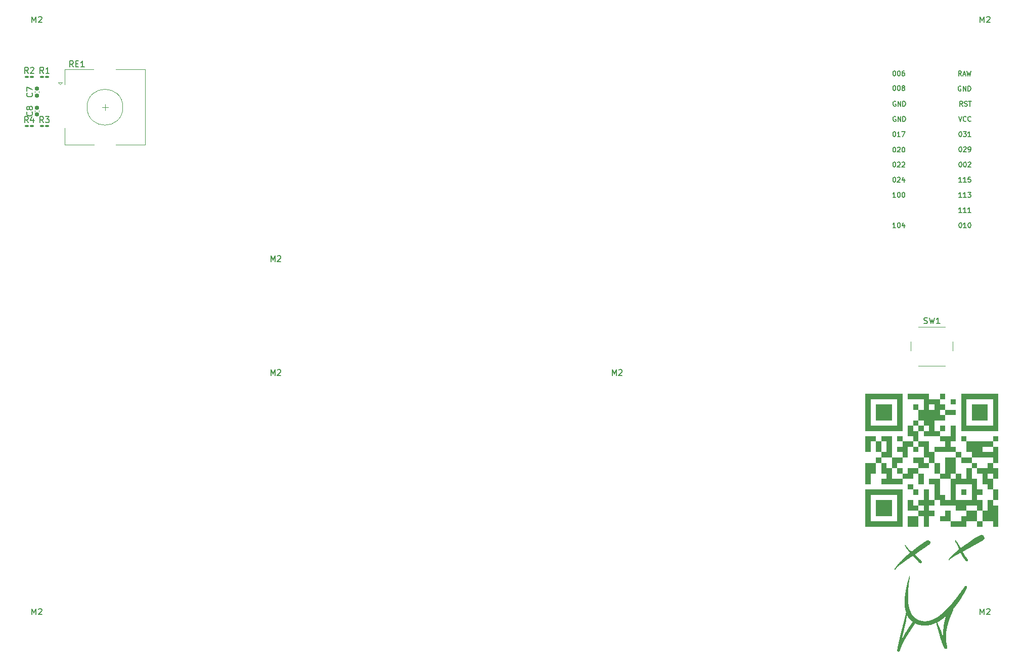
<source format=gto>
%TF.GenerationSoftware,KiCad,Pcbnew,(6.0.1)*%
%TF.CreationDate,2022-04-05T18:42:57+02:00*%
%TF.ProjectId,Keyboard Left Hand Side,4b657962-6f61-4726-9420-4c6566742048,rev?*%
%TF.SameCoordinates,Original*%
%TF.FileFunction,Legend,Top*%
%TF.FilePolarity,Positive*%
%FSLAX46Y46*%
G04 Gerber Fmt 4.6, Leading zero omitted, Abs format (unit mm)*
G04 Created by KiCad (PCBNEW (6.0.1)) date 2022-04-05 18:42:57*
%MOMM*%
%LPD*%
G01*
G04 APERTURE LIST*
G04 Aperture macros list*
%AMRoundRect*
0 Rectangle with rounded corners*
0 $1 Rounding radius*
0 $2 $3 $4 $5 $6 $7 $8 $9 X,Y pos of 4 corners*
0 Add a 4 corners polygon primitive as box body*
4,1,4,$2,$3,$4,$5,$6,$7,$8,$9,$2,$3,0*
0 Add four circle primitives for the rounded corners*
1,1,$1+$1,$2,$3*
1,1,$1+$1,$4,$5*
1,1,$1+$1,$6,$7*
1,1,$1+$1,$8,$9*
0 Add four rect primitives between the rounded corners*
20,1,$1+$1,$2,$3,$4,$5,0*
20,1,$1+$1,$4,$5,$6,$7,0*
20,1,$1+$1,$6,$7,$8,$9,0*
20,1,$1+$1,$8,$9,$2,$3,0*%
G04 Aperture macros list end*
%ADD10C,0.150000*%
%ADD11C,0.120000*%
%ADD12C,1.752600*%
%ADD13C,1.750000*%
%ADD14C,3.987800*%
%ADD15RoundRect,0.100000X-0.217500X-0.100000X0.217500X-0.100000X0.217500X0.100000X-0.217500X0.100000X0*%
%ADD16C,2.200000*%
%ADD17C,1.397000*%
%ADD18RoundRect,0.155000X0.155000X-0.212500X0.155000X0.212500X-0.155000X0.212500X-0.155000X-0.212500X0*%
%ADD19C,3.048000*%
%ADD20R,2.000000X2.000000*%
%ADD21C,2.000000*%
%ADD22R,3.000000X2.500000*%
%ADD23RoundRect,0.100000X0.217500X0.100000X-0.217500X0.100000X-0.217500X-0.100000X0.217500X-0.100000X0*%
%ADD24C,2.800000*%
G04 APERTURE END LIST*
D10*
X38568333Y-54012380D02*
X38235000Y-53536190D01*
X37996904Y-54012380D02*
X37996904Y-53012380D01*
X38377857Y-53012380D01*
X38473095Y-53060000D01*
X38520714Y-53107619D01*
X38568333Y-53202857D01*
X38568333Y-53345714D01*
X38520714Y-53440952D01*
X38473095Y-53488571D01*
X38377857Y-53536190D01*
X37996904Y-53536190D01*
X39425476Y-53345714D02*
X39425476Y-54012380D01*
X39187380Y-52964761D02*
X38949285Y-53679047D01*
X39568333Y-53679047D01*
X136350476Y-96312380D02*
X136350476Y-95312380D01*
X136683809Y-96026666D01*
X137017142Y-95312380D01*
X137017142Y-96312380D01*
X137445714Y-95407619D02*
X137493333Y-95360000D01*
X137588571Y-95312380D01*
X137826666Y-95312380D01*
X137921904Y-95360000D01*
X137969523Y-95407619D01*
X138017142Y-95502857D01*
X138017142Y-95598095D01*
X137969523Y-95740952D01*
X137398095Y-96312380D01*
X138017142Y-96312380D01*
X39195476Y-136317380D02*
X39195476Y-135317380D01*
X39528809Y-136031666D01*
X39862142Y-135317380D01*
X39862142Y-136317380D01*
X40290714Y-135412619D02*
X40338333Y-135365000D01*
X40433571Y-135317380D01*
X40671666Y-135317380D01*
X40766904Y-135365000D01*
X40814523Y-135412619D01*
X40862142Y-135507857D01*
X40862142Y-135603095D01*
X40814523Y-135745952D01*
X40243095Y-136317380D01*
X40862142Y-136317380D01*
X79200476Y-77262380D02*
X79200476Y-76262380D01*
X79533809Y-76976666D01*
X79867142Y-76262380D01*
X79867142Y-77262380D01*
X80295714Y-76357619D02*
X80343333Y-76310000D01*
X80438571Y-76262380D01*
X80676666Y-76262380D01*
X80771904Y-76310000D01*
X80819523Y-76357619D01*
X80867142Y-76452857D01*
X80867142Y-76548095D01*
X80819523Y-76690952D01*
X80248095Y-77262380D01*
X80867142Y-77262380D01*
X197945476Y-136317380D02*
X197945476Y-135317380D01*
X198278809Y-136031666D01*
X198612142Y-135317380D01*
X198612142Y-136317380D01*
X199040714Y-135412619D02*
X199088333Y-135365000D01*
X199183571Y-135317380D01*
X199421666Y-135317380D01*
X199516904Y-135365000D01*
X199564523Y-135412619D01*
X199612142Y-135507857D01*
X199612142Y-135603095D01*
X199564523Y-135745952D01*
X198993095Y-136317380D01*
X199612142Y-136317380D01*
X39195476Y-37257380D02*
X39195476Y-36257380D01*
X39528809Y-36971666D01*
X39862142Y-36257380D01*
X39862142Y-37257380D01*
X40290714Y-36352619D02*
X40338333Y-36305000D01*
X40433571Y-36257380D01*
X40671666Y-36257380D01*
X40766904Y-36305000D01*
X40814523Y-36352619D01*
X40862142Y-36447857D01*
X40862142Y-36543095D01*
X40814523Y-36685952D01*
X40243095Y-37257380D01*
X40862142Y-37257380D01*
X39202142Y-49061666D02*
X39249761Y-49109285D01*
X39297380Y-49252142D01*
X39297380Y-49347380D01*
X39249761Y-49490238D01*
X39154523Y-49585476D01*
X39059285Y-49633095D01*
X38868809Y-49680714D01*
X38725952Y-49680714D01*
X38535476Y-49633095D01*
X38440238Y-49585476D01*
X38345000Y-49490238D01*
X38297380Y-49347380D01*
X38297380Y-49252142D01*
X38345000Y-49109285D01*
X38392619Y-49061666D01*
X38297380Y-48728333D02*
X38297380Y-48061666D01*
X39297380Y-48490238D01*
X39202142Y-52236666D02*
X39249761Y-52284285D01*
X39297380Y-52427142D01*
X39297380Y-52522380D01*
X39249761Y-52665238D01*
X39154523Y-52760476D01*
X39059285Y-52808095D01*
X38868809Y-52855714D01*
X38725952Y-52855714D01*
X38535476Y-52808095D01*
X38440238Y-52760476D01*
X38345000Y-52665238D01*
X38297380Y-52522380D01*
X38297380Y-52427142D01*
X38345000Y-52284285D01*
X38392619Y-52236666D01*
X38725952Y-51665238D02*
X38678333Y-51760476D01*
X38630714Y-51808095D01*
X38535476Y-51855714D01*
X38487857Y-51855714D01*
X38392619Y-51808095D01*
X38345000Y-51760476D01*
X38297380Y-51665238D01*
X38297380Y-51474761D01*
X38345000Y-51379523D01*
X38392619Y-51331904D01*
X38487857Y-51284285D01*
X38535476Y-51284285D01*
X38630714Y-51331904D01*
X38678333Y-51379523D01*
X38725952Y-51474761D01*
X38725952Y-51665238D01*
X38773571Y-51760476D01*
X38821190Y-51808095D01*
X38916428Y-51855714D01*
X39106904Y-51855714D01*
X39202142Y-51808095D01*
X39249761Y-51760476D01*
X39297380Y-51665238D01*
X39297380Y-51474761D01*
X39249761Y-51379523D01*
X39202142Y-51331904D01*
X39106904Y-51284285D01*
X38916428Y-51284285D01*
X38821190Y-51331904D01*
X38773571Y-51379523D01*
X38725952Y-51474761D01*
X38568333Y-45757380D02*
X38235000Y-45281190D01*
X37996904Y-45757380D02*
X37996904Y-44757380D01*
X38377857Y-44757380D01*
X38473095Y-44805000D01*
X38520714Y-44852619D01*
X38568333Y-44947857D01*
X38568333Y-45090714D01*
X38520714Y-45185952D01*
X38473095Y-45233571D01*
X38377857Y-45281190D01*
X37996904Y-45281190D01*
X38949285Y-44852619D02*
X38996904Y-44805000D01*
X39092142Y-44757380D01*
X39330238Y-44757380D01*
X39425476Y-44805000D01*
X39473095Y-44852619D01*
X39520714Y-44947857D01*
X39520714Y-45043095D01*
X39473095Y-45185952D01*
X38901666Y-45757380D01*
X39520714Y-45757380D01*
X46100752Y-44687380D02*
X45767419Y-44211190D01*
X45529323Y-44687380D02*
X45529323Y-43687380D01*
X45910276Y-43687380D01*
X46005514Y-43735000D01*
X46053133Y-43782619D01*
X46100752Y-43877857D01*
X46100752Y-44020714D01*
X46053133Y-44115952D01*
X46005514Y-44163571D01*
X45910276Y-44211190D01*
X45529323Y-44211190D01*
X46529323Y-44163571D02*
X46862657Y-44163571D01*
X47005514Y-44687380D02*
X46529323Y-44687380D01*
X46529323Y-43687380D01*
X47005514Y-43687380D01*
X47957895Y-44687380D02*
X47386466Y-44687380D01*
X47672180Y-44687380D02*
X47672180Y-43687380D01*
X47576942Y-43830238D01*
X47481704Y-43925476D01*
X47386466Y-43973095D01*
X197945476Y-37257380D02*
X197945476Y-36257380D01*
X198278809Y-36971666D01*
X198612142Y-36257380D01*
X198612142Y-37257380D01*
X199040714Y-36352619D02*
X199088333Y-36305000D01*
X199183571Y-36257380D01*
X199421666Y-36257380D01*
X199516904Y-36305000D01*
X199564523Y-36352619D01*
X199612142Y-36447857D01*
X199612142Y-36543095D01*
X199564523Y-36685952D01*
X198993095Y-37257380D01*
X199612142Y-37257380D01*
X41138333Y-45752380D02*
X40805000Y-45276190D01*
X40566904Y-45752380D02*
X40566904Y-44752380D01*
X40947857Y-44752380D01*
X41043095Y-44800000D01*
X41090714Y-44847619D01*
X41138333Y-44942857D01*
X41138333Y-45085714D01*
X41090714Y-45180952D01*
X41043095Y-45228571D01*
X40947857Y-45276190D01*
X40566904Y-45276190D01*
X42090714Y-45752380D02*
X41519285Y-45752380D01*
X41805000Y-45752380D02*
X41805000Y-44752380D01*
X41709761Y-44895238D01*
X41614523Y-44990476D01*
X41519285Y-45038095D01*
X41128333Y-54012380D02*
X40795000Y-53536190D01*
X40556904Y-54012380D02*
X40556904Y-53012380D01*
X40937857Y-53012380D01*
X41033095Y-53060000D01*
X41080714Y-53107619D01*
X41128333Y-53202857D01*
X41128333Y-53345714D01*
X41080714Y-53440952D01*
X41033095Y-53488571D01*
X40937857Y-53536190D01*
X40556904Y-53536190D01*
X41461666Y-53012380D02*
X42080714Y-53012380D01*
X41747380Y-53393333D01*
X41890238Y-53393333D01*
X41985476Y-53440952D01*
X42033095Y-53488571D01*
X42080714Y-53583809D01*
X42080714Y-53821904D01*
X42033095Y-53917142D01*
X41985476Y-53964761D01*
X41890238Y-54012380D01*
X41604523Y-54012380D01*
X41509285Y-53964761D01*
X41461666Y-53917142D01*
X188531666Y-87594761D02*
X188674523Y-87642380D01*
X188912619Y-87642380D01*
X189007857Y-87594761D01*
X189055476Y-87547142D01*
X189103095Y-87451904D01*
X189103095Y-87356666D01*
X189055476Y-87261428D01*
X189007857Y-87213809D01*
X188912619Y-87166190D01*
X188722142Y-87118571D01*
X188626904Y-87070952D01*
X188579285Y-87023333D01*
X188531666Y-86928095D01*
X188531666Y-86832857D01*
X188579285Y-86737619D01*
X188626904Y-86690000D01*
X188722142Y-86642380D01*
X188960238Y-86642380D01*
X189103095Y-86690000D01*
X189436428Y-86642380D02*
X189674523Y-87642380D01*
X189865000Y-86928095D01*
X190055476Y-87642380D01*
X190293571Y-86642380D01*
X191198333Y-87642380D02*
X190626904Y-87642380D01*
X190912619Y-87642380D02*
X190912619Y-86642380D01*
X190817380Y-86785238D01*
X190722142Y-86880476D01*
X190626904Y-86928095D01*
X79200476Y-96312380D02*
X79200476Y-95312380D01*
X79533809Y-96026666D01*
X79867142Y-95312380D01*
X79867142Y-96312380D01*
X80295714Y-95407619D02*
X80343333Y-95360000D01*
X80438571Y-95312380D01*
X80676666Y-95312380D01*
X80771904Y-95360000D01*
X80819523Y-95407619D01*
X80867142Y-95502857D01*
X80867142Y-95598095D01*
X80819523Y-95740952D01*
X80248095Y-96312380D01*
X80867142Y-96312380D01*
X194868857Y-63943654D02*
X194411714Y-63943654D01*
X194640286Y-63943654D02*
X194640286Y-63143654D01*
X194564095Y-63257940D01*
X194487905Y-63334130D01*
X194411714Y-63372226D01*
X195630762Y-63943654D02*
X195173619Y-63943654D01*
X195402191Y-63943654D02*
X195402191Y-63143654D01*
X195326000Y-63257940D01*
X195249810Y-63334130D01*
X195173619Y-63372226D01*
X196354571Y-63143654D02*
X195973619Y-63143654D01*
X195935524Y-63524607D01*
X195973619Y-63486511D01*
X196049810Y-63448416D01*
X196240286Y-63448416D01*
X196316476Y-63486511D01*
X196354571Y-63524607D01*
X196392667Y-63600797D01*
X196392667Y-63791273D01*
X196354571Y-63867464D01*
X196316476Y-63905559D01*
X196240286Y-63943654D01*
X196049810Y-63943654D01*
X195973619Y-63905559D01*
X195935524Y-63867464D01*
X194710143Y-47941750D02*
X194633952Y-47903654D01*
X194519667Y-47903654D01*
X194405381Y-47941750D01*
X194329190Y-48017940D01*
X194291095Y-48094130D01*
X194253000Y-48246511D01*
X194253000Y-48360797D01*
X194291095Y-48513178D01*
X194329190Y-48589369D01*
X194405381Y-48665559D01*
X194519667Y-48703654D01*
X194595857Y-48703654D01*
X194710143Y-48665559D01*
X194748238Y-48627464D01*
X194748238Y-48360797D01*
X194595857Y-48360797D01*
X195091095Y-48703654D02*
X195091095Y-47903654D01*
X195548238Y-48703654D01*
X195548238Y-47903654D01*
X195929190Y-48703654D02*
X195929190Y-47903654D01*
X196119667Y-47903654D01*
X196233952Y-47941750D01*
X196310143Y-48017940D01*
X196348238Y-48094130D01*
X196386333Y-48246511D01*
X196386333Y-48360797D01*
X196348238Y-48513178D01*
X196310143Y-48589369D01*
X196233952Y-48665559D01*
X196119667Y-48703654D01*
X195929190Y-48703654D01*
X194786334Y-46163654D02*
X194519667Y-45782702D01*
X194329191Y-46163654D02*
X194329191Y-45363654D01*
X194633953Y-45363654D01*
X194710143Y-45401750D01*
X194748238Y-45439845D01*
X194786334Y-45516035D01*
X194786334Y-45630321D01*
X194748238Y-45706511D01*
X194710143Y-45744607D01*
X194633953Y-45782702D01*
X194329191Y-45782702D01*
X195091095Y-45935083D02*
X195472048Y-45935083D01*
X195014905Y-46163654D02*
X195281572Y-45363654D01*
X195548238Y-46163654D01*
X195738715Y-45363654D02*
X195929191Y-46163654D01*
X196081572Y-45592226D01*
X196233953Y-46163654D01*
X196424429Y-45363654D01*
X183527810Y-60633654D02*
X183604000Y-60633654D01*
X183680190Y-60671750D01*
X183718286Y-60709845D01*
X183756381Y-60786035D01*
X183794476Y-60938416D01*
X183794476Y-61128892D01*
X183756381Y-61281273D01*
X183718286Y-61357464D01*
X183680190Y-61395559D01*
X183604000Y-61433654D01*
X183527810Y-61433654D01*
X183451619Y-61395559D01*
X183413524Y-61357464D01*
X183375429Y-61281273D01*
X183337333Y-61128892D01*
X183337333Y-60938416D01*
X183375429Y-60786035D01*
X183413524Y-60709845D01*
X183451619Y-60671750D01*
X183527810Y-60633654D01*
X184099238Y-60709845D02*
X184137333Y-60671750D01*
X184213524Y-60633654D01*
X184404000Y-60633654D01*
X184480190Y-60671750D01*
X184518286Y-60709845D01*
X184556381Y-60786035D01*
X184556381Y-60862226D01*
X184518286Y-60976511D01*
X184061143Y-61433654D01*
X184556381Y-61433654D01*
X184861143Y-60709845D02*
X184899238Y-60671750D01*
X184975429Y-60633654D01*
X185165905Y-60633654D01*
X185242095Y-60671750D01*
X185280190Y-60709845D01*
X185318286Y-60786035D01*
X185318286Y-60862226D01*
X185280190Y-60976511D01*
X184823048Y-61433654D01*
X185318286Y-61433654D01*
X183794476Y-71563654D02*
X183337333Y-71563654D01*
X183565905Y-71563654D02*
X183565905Y-70763654D01*
X183489714Y-70877940D01*
X183413524Y-70954130D01*
X183337333Y-70992226D01*
X184289714Y-70763654D02*
X184365905Y-70763654D01*
X184442095Y-70801750D01*
X184480190Y-70839845D01*
X184518286Y-70916035D01*
X184556381Y-71068416D01*
X184556381Y-71258892D01*
X184518286Y-71411273D01*
X184480190Y-71487464D01*
X184442095Y-71525559D01*
X184365905Y-71563654D01*
X184289714Y-71563654D01*
X184213524Y-71525559D01*
X184175429Y-71487464D01*
X184137333Y-71411273D01*
X184099238Y-71258892D01*
X184099238Y-71068416D01*
X184137333Y-70916035D01*
X184175429Y-70839845D01*
X184213524Y-70801750D01*
X184289714Y-70763654D01*
X185242095Y-71030321D02*
X185242095Y-71563654D01*
X185051619Y-70725559D02*
X184861143Y-71296988D01*
X185356381Y-71296988D01*
X183527810Y-45363654D02*
X183604000Y-45363654D01*
X183680190Y-45401750D01*
X183718286Y-45439845D01*
X183756381Y-45516035D01*
X183794476Y-45668416D01*
X183794476Y-45858892D01*
X183756381Y-46011273D01*
X183718286Y-46087464D01*
X183680190Y-46125559D01*
X183604000Y-46163654D01*
X183527810Y-46163654D01*
X183451619Y-46125559D01*
X183413524Y-46087464D01*
X183375429Y-46011273D01*
X183337333Y-45858892D01*
X183337333Y-45668416D01*
X183375429Y-45516035D01*
X183413524Y-45439845D01*
X183451619Y-45401750D01*
X183527810Y-45363654D01*
X184289714Y-45363654D02*
X184365905Y-45363654D01*
X184442095Y-45401750D01*
X184480190Y-45439845D01*
X184518286Y-45516035D01*
X184556381Y-45668416D01*
X184556381Y-45858892D01*
X184518286Y-46011273D01*
X184480190Y-46087464D01*
X184442095Y-46125559D01*
X184365905Y-46163654D01*
X184289714Y-46163654D01*
X184213524Y-46125559D01*
X184175429Y-46087464D01*
X184137333Y-46011273D01*
X184099238Y-45858892D01*
X184099238Y-45668416D01*
X184137333Y-45516035D01*
X184175429Y-45439845D01*
X184213524Y-45401750D01*
X184289714Y-45363654D01*
X185242095Y-45363654D02*
X185089714Y-45363654D01*
X185013524Y-45401750D01*
X184975429Y-45439845D01*
X184899238Y-45554130D01*
X184861143Y-45706511D01*
X184861143Y-46011273D01*
X184899238Y-46087464D01*
X184937333Y-46125559D01*
X185013524Y-46163654D01*
X185165905Y-46163654D01*
X185242095Y-46125559D01*
X185280190Y-46087464D01*
X185318286Y-46011273D01*
X185318286Y-45820797D01*
X185280190Y-45744607D01*
X185242095Y-45706511D01*
X185165905Y-45668416D01*
X185013524Y-45668416D01*
X184937333Y-45706511D01*
X184899238Y-45744607D01*
X184861143Y-45820797D01*
X183527810Y-55533654D02*
X183604000Y-55533654D01*
X183680190Y-55571750D01*
X183718286Y-55609845D01*
X183756381Y-55686035D01*
X183794476Y-55838416D01*
X183794476Y-56028892D01*
X183756381Y-56181273D01*
X183718286Y-56257464D01*
X183680190Y-56295559D01*
X183604000Y-56333654D01*
X183527810Y-56333654D01*
X183451619Y-56295559D01*
X183413524Y-56257464D01*
X183375429Y-56181273D01*
X183337333Y-56028892D01*
X183337333Y-55838416D01*
X183375429Y-55686035D01*
X183413524Y-55609845D01*
X183451619Y-55571750D01*
X183527810Y-55533654D01*
X184556381Y-56333654D02*
X184099238Y-56333654D01*
X184327810Y-56333654D02*
X184327810Y-55533654D01*
X184251619Y-55647940D01*
X184175429Y-55724130D01*
X184099238Y-55762226D01*
X184823048Y-55533654D02*
X185356381Y-55533654D01*
X185013524Y-56333654D01*
X194602191Y-55523654D02*
X194678381Y-55523654D01*
X194754571Y-55561750D01*
X194792667Y-55599845D01*
X194830762Y-55676035D01*
X194868857Y-55828416D01*
X194868857Y-56018892D01*
X194830762Y-56171273D01*
X194792667Y-56247464D01*
X194754571Y-56285559D01*
X194678381Y-56323654D01*
X194602191Y-56323654D01*
X194526000Y-56285559D01*
X194487905Y-56247464D01*
X194449810Y-56171273D01*
X194411714Y-56018892D01*
X194411714Y-55828416D01*
X194449810Y-55676035D01*
X194487905Y-55599845D01*
X194526000Y-55561750D01*
X194602191Y-55523654D01*
X195135524Y-55523654D02*
X195630762Y-55523654D01*
X195364095Y-55828416D01*
X195478381Y-55828416D01*
X195554571Y-55866511D01*
X195592667Y-55904607D01*
X195630762Y-55980797D01*
X195630762Y-56171273D01*
X195592667Y-56247464D01*
X195554571Y-56285559D01*
X195478381Y-56323654D01*
X195249810Y-56323654D01*
X195173619Y-56285559D01*
X195135524Y-56247464D01*
X196392667Y-56323654D02*
X195935524Y-56323654D01*
X196164095Y-56323654D02*
X196164095Y-55523654D01*
X196087905Y-55637940D01*
X196011714Y-55714130D01*
X195935524Y-55752226D01*
X194868857Y-66483654D02*
X194411714Y-66483654D01*
X194640286Y-66483654D02*
X194640286Y-65683654D01*
X194564095Y-65797940D01*
X194487905Y-65874130D01*
X194411714Y-65912226D01*
X195630762Y-66483654D02*
X195173619Y-66483654D01*
X195402191Y-66483654D02*
X195402191Y-65683654D01*
X195326000Y-65797940D01*
X195249810Y-65874130D01*
X195173619Y-65912226D01*
X195897429Y-65683654D02*
X196392667Y-65683654D01*
X196126000Y-65988416D01*
X196240286Y-65988416D01*
X196316476Y-66026511D01*
X196354571Y-66064607D01*
X196392667Y-66140797D01*
X196392667Y-66331273D01*
X196354571Y-66407464D01*
X196316476Y-66445559D01*
X196240286Y-66483654D01*
X196011714Y-66483654D01*
X195935524Y-66445559D01*
X195897429Y-66407464D01*
X195014904Y-51243654D02*
X194748238Y-50862702D01*
X194557761Y-51243654D02*
X194557761Y-50443654D01*
X194862523Y-50443654D01*
X194938714Y-50481750D01*
X194976809Y-50519845D01*
X195014904Y-50596035D01*
X195014904Y-50710321D01*
X194976809Y-50786511D01*
X194938714Y-50824607D01*
X194862523Y-50862702D01*
X194557761Y-50862702D01*
X195319666Y-51205559D02*
X195433952Y-51243654D01*
X195624428Y-51243654D01*
X195700619Y-51205559D01*
X195738714Y-51167464D01*
X195776809Y-51091273D01*
X195776809Y-51015083D01*
X195738714Y-50938892D01*
X195700619Y-50900797D01*
X195624428Y-50862702D01*
X195472047Y-50824607D01*
X195395857Y-50786511D01*
X195357761Y-50748416D01*
X195319666Y-50672226D01*
X195319666Y-50596035D01*
X195357761Y-50519845D01*
X195395857Y-50481750D01*
X195472047Y-50443654D01*
X195662523Y-50443654D01*
X195776809Y-50481750D01*
X196005380Y-50443654D02*
X196462523Y-50443654D01*
X196233952Y-51243654D02*
X196233952Y-50443654D01*
X194602191Y-58063654D02*
X194678381Y-58063654D01*
X194754571Y-58101750D01*
X194792667Y-58139845D01*
X194830762Y-58216035D01*
X194868857Y-58368416D01*
X194868857Y-58558892D01*
X194830762Y-58711273D01*
X194792667Y-58787464D01*
X194754571Y-58825559D01*
X194678381Y-58863654D01*
X194602191Y-58863654D01*
X194526000Y-58825559D01*
X194487905Y-58787464D01*
X194449810Y-58711273D01*
X194411714Y-58558892D01*
X194411714Y-58368416D01*
X194449810Y-58216035D01*
X194487905Y-58139845D01*
X194526000Y-58101750D01*
X194602191Y-58063654D01*
X195173619Y-58139845D02*
X195211714Y-58101750D01*
X195287905Y-58063654D01*
X195478381Y-58063654D01*
X195554571Y-58101750D01*
X195592667Y-58139845D01*
X195630762Y-58216035D01*
X195630762Y-58292226D01*
X195592667Y-58406511D01*
X195135524Y-58863654D01*
X195630762Y-58863654D01*
X196011714Y-58863654D02*
X196164095Y-58863654D01*
X196240286Y-58825559D01*
X196278381Y-58787464D01*
X196354571Y-58673178D01*
X196392667Y-58520797D01*
X196392667Y-58216035D01*
X196354571Y-58139845D01*
X196316476Y-58101750D01*
X196240286Y-58063654D01*
X196087905Y-58063654D01*
X196011714Y-58101750D01*
X195973619Y-58139845D01*
X195935524Y-58216035D01*
X195935524Y-58406511D01*
X195973619Y-58482702D01*
X196011714Y-58520797D01*
X196087905Y-58558892D01*
X196240286Y-58558892D01*
X196316476Y-58520797D01*
X196354571Y-58482702D01*
X196392667Y-58406511D01*
X183794476Y-66483654D02*
X183337333Y-66483654D01*
X183565905Y-66483654D02*
X183565905Y-65683654D01*
X183489714Y-65797940D01*
X183413524Y-65874130D01*
X183337333Y-65912226D01*
X184289714Y-65683654D02*
X184365905Y-65683654D01*
X184442095Y-65721750D01*
X184480190Y-65759845D01*
X184518286Y-65836035D01*
X184556381Y-65988416D01*
X184556381Y-66178892D01*
X184518286Y-66331273D01*
X184480190Y-66407464D01*
X184442095Y-66445559D01*
X184365905Y-66483654D01*
X184289714Y-66483654D01*
X184213524Y-66445559D01*
X184175429Y-66407464D01*
X184137333Y-66331273D01*
X184099238Y-66178892D01*
X184099238Y-65988416D01*
X184137333Y-65836035D01*
X184175429Y-65759845D01*
X184213524Y-65721750D01*
X184289714Y-65683654D01*
X185051619Y-65683654D02*
X185127810Y-65683654D01*
X185204000Y-65721750D01*
X185242095Y-65759845D01*
X185280190Y-65836035D01*
X185318286Y-65988416D01*
X185318286Y-66178892D01*
X185280190Y-66331273D01*
X185242095Y-66407464D01*
X185204000Y-66445559D01*
X185127810Y-66483654D01*
X185051619Y-66483654D01*
X184975429Y-66445559D01*
X184937333Y-66407464D01*
X184899238Y-66331273D01*
X184861143Y-66178892D01*
X184861143Y-65988416D01*
X184899238Y-65836035D01*
X184937333Y-65759845D01*
X184975429Y-65721750D01*
X185051619Y-65683654D01*
X183527810Y-63143654D02*
X183604000Y-63143654D01*
X183680190Y-63181750D01*
X183718286Y-63219845D01*
X183756381Y-63296035D01*
X183794476Y-63448416D01*
X183794476Y-63638892D01*
X183756381Y-63791273D01*
X183718286Y-63867464D01*
X183680190Y-63905559D01*
X183604000Y-63943654D01*
X183527810Y-63943654D01*
X183451619Y-63905559D01*
X183413524Y-63867464D01*
X183375429Y-63791273D01*
X183337333Y-63638892D01*
X183337333Y-63448416D01*
X183375429Y-63296035D01*
X183413524Y-63219845D01*
X183451619Y-63181750D01*
X183527810Y-63143654D01*
X184099238Y-63219845D02*
X184137333Y-63181750D01*
X184213524Y-63143654D01*
X184404000Y-63143654D01*
X184480190Y-63181750D01*
X184518286Y-63219845D01*
X184556381Y-63296035D01*
X184556381Y-63372226D01*
X184518286Y-63486511D01*
X184061143Y-63943654D01*
X184556381Y-63943654D01*
X185242095Y-63410321D02*
X185242095Y-63943654D01*
X185051619Y-63105559D02*
X184861143Y-63676988D01*
X185356381Y-63676988D01*
X194602191Y-70763654D02*
X194678381Y-70763654D01*
X194754571Y-70801750D01*
X194792667Y-70839845D01*
X194830762Y-70916035D01*
X194868857Y-71068416D01*
X194868857Y-71258892D01*
X194830762Y-71411273D01*
X194792667Y-71487464D01*
X194754571Y-71525559D01*
X194678381Y-71563654D01*
X194602191Y-71563654D01*
X194526000Y-71525559D01*
X194487905Y-71487464D01*
X194449810Y-71411273D01*
X194411714Y-71258892D01*
X194411714Y-71068416D01*
X194449810Y-70916035D01*
X194487905Y-70839845D01*
X194526000Y-70801750D01*
X194602191Y-70763654D01*
X195630762Y-71563654D02*
X195173619Y-71563654D01*
X195402191Y-71563654D02*
X195402191Y-70763654D01*
X195326000Y-70877940D01*
X195249810Y-70954130D01*
X195173619Y-70992226D01*
X196126000Y-70763654D02*
X196202191Y-70763654D01*
X196278381Y-70801750D01*
X196316476Y-70839845D01*
X196354571Y-70916035D01*
X196392667Y-71068416D01*
X196392667Y-71258892D01*
X196354571Y-71411273D01*
X196316476Y-71487464D01*
X196278381Y-71525559D01*
X196202191Y-71563654D01*
X196126000Y-71563654D01*
X196049810Y-71525559D01*
X196011714Y-71487464D01*
X195973619Y-71411273D01*
X195935524Y-71258892D01*
X195935524Y-71068416D01*
X195973619Y-70916035D01*
X196011714Y-70839845D01*
X196049810Y-70801750D01*
X196126000Y-70763654D01*
X194335524Y-52983654D02*
X194602191Y-53783654D01*
X194868857Y-52983654D01*
X195592667Y-53707464D02*
X195554571Y-53745559D01*
X195440286Y-53783654D01*
X195364095Y-53783654D01*
X195249810Y-53745559D01*
X195173619Y-53669369D01*
X195135524Y-53593178D01*
X195097429Y-53440797D01*
X195097429Y-53326511D01*
X195135524Y-53174130D01*
X195173619Y-53097940D01*
X195249810Y-53021750D01*
X195364095Y-52983654D01*
X195440286Y-52983654D01*
X195554571Y-53021750D01*
X195592667Y-53059845D01*
X196392667Y-53707464D02*
X196354571Y-53745559D01*
X196240286Y-53783654D01*
X196164095Y-53783654D01*
X196049810Y-53745559D01*
X195973619Y-53669369D01*
X195935524Y-53593178D01*
X195897429Y-53440797D01*
X195897429Y-53326511D01*
X195935524Y-53174130D01*
X195973619Y-53097940D01*
X196049810Y-53021750D01*
X196164095Y-52983654D01*
X196240286Y-52983654D01*
X196354571Y-53021750D01*
X196392667Y-53059845D01*
X183527810Y-47833654D02*
X183604000Y-47833654D01*
X183680190Y-47871750D01*
X183718286Y-47909845D01*
X183756381Y-47986035D01*
X183794476Y-48138416D01*
X183794476Y-48328892D01*
X183756381Y-48481273D01*
X183718286Y-48557464D01*
X183680190Y-48595559D01*
X183604000Y-48633654D01*
X183527810Y-48633654D01*
X183451619Y-48595559D01*
X183413524Y-48557464D01*
X183375429Y-48481273D01*
X183337333Y-48328892D01*
X183337333Y-48138416D01*
X183375429Y-47986035D01*
X183413524Y-47909845D01*
X183451619Y-47871750D01*
X183527810Y-47833654D01*
X184289714Y-47833654D02*
X184365905Y-47833654D01*
X184442095Y-47871750D01*
X184480190Y-47909845D01*
X184518286Y-47986035D01*
X184556381Y-48138416D01*
X184556381Y-48328892D01*
X184518286Y-48481273D01*
X184480190Y-48557464D01*
X184442095Y-48595559D01*
X184365905Y-48633654D01*
X184289714Y-48633654D01*
X184213524Y-48595559D01*
X184175429Y-48557464D01*
X184137333Y-48481273D01*
X184099238Y-48328892D01*
X184099238Y-48138416D01*
X184137333Y-47986035D01*
X184175429Y-47909845D01*
X184213524Y-47871750D01*
X184289714Y-47833654D01*
X185013524Y-48176511D02*
X184937333Y-48138416D01*
X184899238Y-48100321D01*
X184861143Y-48024130D01*
X184861143Y-47986035D01*
X184899238Y-47909845D01*
X184937333Y-47871750D01*
X185013524Y-47833654D01*
X185165905Y-47833654D01*
X185242095Y-47871750D01*
X185280190Y-47909845D01*
X185318286Y-47986035D01*
X185318286Y-48024130D01*
X185280190Y-48100321D01*
X185242095Y-48138416D01*
X185165905Y-48176511D01*
X185013524Y-48176511D01*
X184937333Y-48214607D01*
X184899238Y-48252702D01*
X184861143Y-48328892D01*
X184861143Y-48481273D01*
X184899238Y-48557464D01*
X184937333Y-48595559D01*
X185013524Y-48633654D01*
X185165905Y-48633654D01*
X185242095Y-48595559D01*
X185280190Y-48557464D01*
X185318286Y-48481273D01*
X185318286Y-48328892D01*
X185280190Y-48252702D01*
X185242095Y-48214607D01*
X185165905Y-48176511D01*
X194602191Y-60603654D02*
X194678381Y-60603654D01*
X194754571Y-60641750D01*
X194792667Y-60679845D01*
X194830762Y-60756035D01*
X194868857Y-60908416D01*
X194868857Y-61098892D01*
X194830762Y-61251273D01*
X194792667Y-61327464D01*
X194754571Y-61365559D01*
X194678381Y-61403654D01*
X194602191Y-61403654D01*
X194526000Y-61365559D01*
X194487905Y-61327464D01*
X194449810Y-61251273D01*
X194411714Y-61098892D01*
X194411714Y-60908416D01*
X194449810Y-60756035D01*
X194487905Y-60679845D01*
X194526000Y-60641750D01*
X194602191Y-60603654D01*
X195364095Y-60603654D02*
X195440286Y-60603654D01*
X195516476Y-60641750D01*
X195554571Y-60679845D01*
X195592667Y-60756035D01*
X195630762Y-60908416D01*
X195630762Y-61098892D01*
X195592667Y-61251273D01*
X195554571Y-61327464D01*
X195516476Y-61365559D01*
X195440286Y-61403654D01*
X195364095Y-61403654D01*
X195287905Y-61365559D01*
X195249810Y-61327464D01*
X195211714Y-61251273D01*
X195173619Y-61098892D01*
X195173619Y-60908416D01*
X195211714Y-60756035D01*
X195249810Y-60679845D01*
X195287905Y-60641750D01*
X195364095Y-60603654D01*
X195935524Y-60679845D02*
X195973619Y-60641750D01*
X196049810Y-60603654D01*
X196240286Y-60603654D01*
X196316476Y-60641750D01*
X196354571Y-60679845D01*
X196392667Y-60756035D01*
X196392667Y-60832226D01*
X196354571Y-60946511D01*
X195897429Y-61403654D01*
X196392667Y-61403654D01*
X194868857Y-69023654D02*
X194411714Y-69023654D01*
X194640286Y-69023654D02*
X194640286Y-68223654D01*
X194564095Y-68337940D01*
X194487905Y-68414130D01*
X194411714Y-68452226D01*
X195630762Y-69023654D02*
X195173619Y-69023654D01*
X195402191Y-69023654D02*
X195402191Y-68223654D01*
X195326000Y-68337940D01*
X195249810Y-68414130D01*
X195173619Y-68452226D01*
X196392667Y-69023654D02*
X195935524Y-69023654D01*
X196164095Y-69023654D02*
X196164095Y-68223654D01*
X196087905Y-68337940D01*
X196011714Y-68414130D01*
X195935524Y-68452226D01*
X183527810Y-58133654D02*
X183604000Y-58133654D01*
X183680190Y-58171750D01*
X183718286Y-58209845D01*
X183756381Y-58286035D01*
X183794476Y-58438416D01*
X183794476Y-58628892D01*
X183756381Y-58781273D01*
X183718286Y-58857464D01*
X183680190Y-58895559D01*
X183604000Y-58933654D01*
X183527810Y-58933654D01*
X183451619Y-58895559D01*
X183413524Y-58857464D01*
X183375429Y-58781273D01*
X183337333Y-58628892D01*
X183337333Y-58438416D01*
X183375429Y-58286035D01*
X183413524Y-58209845D01*
X183451619Y-58171750D01*
X183527810Y-58133654D01*
X184099238Y-58209845D02*
X184137333Y-58171750D01*
X184213524Y-58133654D01*
X184404000Y-58133654D01*
X184480190Y-58171750D01*
X184518286Y-58209845D01*
X184556381Y-58286035D01*
X184556381Y-58362226D01*
X184518286Y-58476511D01*
X184061143Y-58933654D01*
X184556381Y-58933654D01*
X185051619Y-58133654D02*
X185127810Y-58133654D01*
X185204000Y-58171750D01*
X185242095Y-58209845D01*
X185280190Y-58286035D01*
X185318286Y-58438416D01*
X185318286Y-58628892D01*
X185280190Y-58781273D01*
X185242095Y-58857464D01*
X185204000Y-58895559D01*
X185127810Y-58933654D01*
X185051619Y-58933654D01*
X184975429Y-58895559D01*
X184937333Y-58857464D01*
X184899238Y-58781273D01*
X184861143Y-58628892D01*
X184861143Y-58438416D01*
X184899238Y-58286035D01*
X184937333Y-58209845D01*
X184975429Y-58171750D01*
X185051619Y-58133654D01*
X183794476Y-53021750D02*
X183718285Y-52983654D01*
X183604000Y-52983654D01*
X183489714Y-53021750D01*
X183413523Y-53097940D01*
X183375428Y-53174130D01*
X183337333Y-53326511D01*
X183337333Y-53440797D01*
X183375428Y-53593178D01*
X183413523Y-53669369D01*
X183489714Y-53745559D01*
X183604000Y-53783654D01*
X183680190Y-53783654D01*
X183794476Y-53745559D01*
X183832571Y-53707464D01*
X183832571Y-53440797D01*
X183680190Y-53440797D01*
X184175428Y-53783654D02*
X184175428Y-52983654D01*
X184632571Y-53783654D01*
X184632571Y-52983654D01*
X185013523Y-53783654D02*
X185013523Y-52983654D01*
X185204000Y-52983654D01*
X185318285Y-53021750D01*
X185394476Y-53097940D01*
X185432571Y-53174130D01*
X185470666Y-53326511D01*
X185470666Y-53440797D01*
X185432571Y-53593178D01*
X185394476Y-53669369D01*
X185318285Y-53745559D01*
X185204000Y-53783654D01*
X185013523Y-53783654D01*
X183794476Y-50481750D02*
X183718285Y-50443654D01*
X183604000Y-50443654D01*
X183489714Y-50481750D01*
X183413523Y-50557940D01*
X183375428Y-50634130D01*
X183337333Y-50786511D01*
X183337333Y-50900797D01*
X183375428Y-51053178D01*
X183413523Y-51129369D01*
X183489714Y-51205559D01*
X183604000Y-51243654D01*
X183680190Y-51243654D01*
X183794476Y-51205559D01*
X183832571Y-51167464D01*
X183832571Y-50900797D01*
X183680190Y-50900797D01*
X184175428Y-51243654D02*
X184175428Y-50443654D01*
X184632571Y-51243654D01*
X184632571Y-50443654D01*
X185013523Y-51243654D02*
X185013523Y-50443654D01*
X185204000Y-50443654D01*
X185318285Y-50481750D01*
X185394476Y-50557940D01*
X185432571Y-50634130D01*
X185470666Y-50786511D01*
X185470666Y-50900797D01*
X185432571Y-51053178D01*
X185394476Y-51129369D01*
X185318285Y-51205559D01*
X185204000Y-51243654D01*
X185013523Y-51243654D01*
G36*
X189268958Y-123867815D02*
G01*
X189302896Y-123874153D01*
X189312110Y-123876220D01*
X189408632Y-123911656D01*
X189495546Y-123969183D01*
X189564741Y-124043202D01*
X189574266Y-124057188D01*
X189597313Y-124095210D01*
X189611175Y-124127745D01*
X189618155Y-124164483D01*
X189620557Y-124215113D01*
X189620760Y-124252796D01*
X189619247Y-124313107D01*
X189613210Y-124365192D01*
X189600331Y-124411672D01*
X189578290Y-124455164D01*
X189544766Y-124498288D01*
X189497440Y-124543664D01*
X189433993Y-124593911D01*
X189352105Y-124651647D01*
X189249456Y-124719493D01*
X189152055Y-124782028D01*
X189131471Y-124796139D01*
X189093297Y-124823152D01*
X189043374Y-124858911D01*
X188998365Y-124891409D01*
X188937359Y-124935551D01*
X188890126Y-124969434D01*
X188849531Y-124997994D01*
X188808438Y-125026166D01*
X188759712Y-125058884D01*
X188696218Y-125101083D01*
X188671794Y-125117277D01*
X188621878Y-125150369D01*
X188582369Y-125176600D01*
X188548440Y-125199222D01*
X188515264Y-125221485D01*
X188478014Y-125246641D01*
X188431863Y-125277942D01*
X188371984Y-125318639D01*
X188293551Y-125371983D01*
X188282574Y-125379449D01*
X188190918Y-125441870D01*
X188117380Y-125492194D01*
X188056055Y-125534532D01*
X188001038Y-125572994D01*
X187946426Y-125611692D01*
X187886313Y-125654736D01*
X187860743Y-125673129D01*
X187812193Y-125707866D01*
X187768866Y-125738495D01*
X187739465Y-125758867D01*
X187737684Y-125760065D01*
X187700294Y-125785938D01*
X187670499Y-125807397D01*
X187638640Y-125830683D01*
X187591962Y-125864546D01*
X187537934Y-125903598D01*
X187484023Y-125942451D01*
X187437697Y-125975714D01*
X187406423Y-125998001D01*
X187403968Y-125999730D01*
X187378267Y-126018033D01*
X187337439Y-126047370D01*
X187289812Y-126081758D01*
X187284389Y-126085683D01*
X187240485Y-126116810D01*
X187206114Y-126139943D01*
X187187520Y-126150912D01*
X187186209Y-126151280D01*
X187170346Y-126159421D01*
X187140516Y-126179925D01*
X187104370Y-126206918D01*
X187069558Y-126234525D01*
X187043733Y-126256871D01*
X187034487Y-126267781D01*
X187044525Y-126281202D01*
X187071703Y-126309773D01*
X187111621Y-126349259D01*
X187159875Y-126395430D01*
X187212064Y-126444051D01*
X187263786Y-126490890D01*
X187295297Y-126518571D01*
X187334597Y-126553679D01*
X187391003Y-126605605D01*
X187460897Y-126670912D01*
X187540665Y-126746159D01*
X187626690Y-126827907D01*
X187715356Y-126912717D01*
X187803047Y-126997149D01*
X187886146Y-127077764D01*
X187961039Y-127151124D01*
X187978708Y-127168573D01*
X188050910Y-127241618D01*
X188102429Y-127297595D01*
X188134682Y-127338180D01*
X188149086Y-127365054D01*
X188150174Y-127371823D01*
X188158503Y-127409728D01*
X188172738Y-127437629D01*
X188187254Y-127474006D01*
X188195180Y-127526418D01*
X188195888Y-127545415D01*
X188194101Y-127592848D01*
X188184195Y-127624454D01*
X188160741Y-127653261D01*
X188144557Y-127668564D01*
X188089665Y-127705250D01*
X188029475Y-127718291D01*
X187962446Y-127707207D01*
X187887034Y-127671520D01*
X187801695Y-127610750D01*
X187716946Y-127535943D01*
X187615216Y-127438207D01*
X187503409Y-127328468D01*
X187387360Y-127212614D01*
X187272903Y-127096532D01*
X187165871Y-126986112D01*
X187072100Y-126887239D01*
X187041392Y-126854175D01*
X186948434Y-126753629D01*
X186872867Y-126672661D01*
X186812670Y-126609334D01*
X186765819Y-126561710D01*
X186730293Y-126527853D01*
X186704070Y-126505826D01*
X186685126Y-126493691D01*
X186671441Y-126489512D01*
X186662120Y-126490885D01*
X186644498Y-126501024D01*
X186605725Y-126525513D01*
X186548660Y-126562477D01*
X186476164Y-126610039D01*
X186391094Y-126666324D01*
X186296311Y-126729456D01*
X186194674Y-126797559D01*
X186194211Y-126797869D01*
X186070752Y-126880870D01*
X185968628Y-126949622D01*
X185885092Y-127006000D01*
X185817400Y-127051877D01*
X185762805Y-127089129D01*
X185718563Y-127119629D01*
X185681928Y-127145251D01*
X185650154Y-127167869D01*
X185620496Y-127189359D01*
X185617227Y-127191748D01*
X185587411Y-127213458D01*
X185544619Y-127244513D01*
X185508556Y-127270632D01*
X185467094Y-127300778D01*
X185434284Y-127324899D01*
X185418914Y-127336479D01*
X185401925Y-127349349D01*
X185367006Y-127375422D01*
X185319538Y-127410690D01*
X185274019Y-127444404D01*
X185215208Y-127487954D01*
X185159563Y-127529245D01*
X185114505Y-127562768D01*
X185092901Y-127578912D01*
X185056975Y-127605488D01*
X185006108Y-127642624D01*
X184945878Y-127686300D01*
X184881864Y-127732499D01*
X184819645Y-127777203D01*
X184764798Y-127816393D01*
X184722903Y-127846051D01*
X184701238Y-127861035D01*
X184674736Y-127880139D01*
X184633470Y-127911431D01*
X184585267Y-127948954D01*
X184572893Y-127958733D01*
X184527116Y-127994950D01*
X184489292Y-128024721D01*
X184465777Y-128043048D01*
X184462325Y-128045670D01*
X184443492Y-128060823D01*
X184411294Y-128087724D01*
X184388167Y-128107356D01*
X184342846Y-128144986D01*
X184296969Y-128181452D01*
X184280098Y-128194292D01*
X184223022Y-128239631D01*
X184153305Y-128299336D01*
X184078278Y-128366774D01*
X184005273Y-128435313D01*
X183941621Y-128498322D01*
X183925825Y-128514755D01*
X183861125Y-128584717D01*
X183814997Y-128639235D01*
X183784676Y-128682476D01*
X183767401Y-128718609D01*
X183760409Y-128751801D01*
X183759872Y-128765110D01*
X183756420Y-128802595D01*
X183740533Y-128824170D01*
X183709624Y-128839812D01*
X183670041Y-128855114D01*
X183645241Y-128858964D01*
X183623666Y-128851992D01*
X183611355Y-128845157D01*
X183589968Y-128816915D01*
X183588343Y-128770106D01*
X183605495Y-128706390D01*
X183640435Y-128627429D01*
X183692177Y-128534883D01*
X183759732Y-128430415D01*
X183842115Y-128315684D01*
X183938338Y-128192353D01*
X184047414Y-128062082D01*
X184136598Y-127961336D01*
X184157026Y-127938238D01*
X184189128Y-127901380D01*
X184223534Y-127861549D01*
X184245663Y-127837431D01*
X184286214Y-127794909D01*
X184343131Y-127736082D01*
X184414357Y-127663049D01*
X184497836Y-127577909D01*
X184591510Y-127482760D01*
X184693322Y-127379701D01*
X184801216Y-127270832D01*
X184890049Y-127181444D01*
X185116888Y-126955460D01*
X185326535Y-126750724D01*
X185518785Y-126567426D01*
X185693436Y-126405753D01*
X185850284Y-126265893D01*
X185989126Y-126148035D01*
X186109543Y-126052529D01*
X186151378Y-126019002D01*
X186183335Y-125990035D01*
X186198735Y-125971701D01*
X186198912Y-125971275D01*
X186193590Y-125953088D01*
X186174689Y-125920530D01*
X186147564Y-125881166D01*
X186117572Y-125842561D01*
X186090070Y-125812278D01*
X186080131Y-125803534D01*
X186066297Y-125788344D01*
X186042670Y-125758804D01*
X186032577Y-125745576D01*
X186000538Y-125705728D01*
X185959562Y-125658220D01*
X185933636Y-125629660D01*
X185880611Y-125568463D01*
X185817044Y-125488251D01*
X185747218Y-125394909D01*
X185675416Y-125294321D01*
X185605920Y-125192372D01*
X185543014Y-125094947D01*
X185534533Y-125081285D01*
X185518102Y-125054601D01*
X185494109Y-125015571D01*
X185483820Y-124998820D01*
X185458084Y-124956982D01*
X185436025Y-124921241D01*
X185430224Y-124911884D01*
X185403247Y-124862441D01*
X185376105Y-124803319D01*
X185354864Y-124748260D01*
X185348293Y-124726306D01*
X185347064Y-124682315D01*
X185364414Y-124654227D01*
X185393432Y-124644166D01*
X185427206Y-124654252D01*
X185458824Y-124686607D01*
X185461788Y-124691469D01*
X185487424Y-124730710D01*
X185524635Y-124782076D01*
X185566055Y-124835755D01*
X185604320Y-124881936D01*
X185607276Y-124885298D01*
X185621439Y-124901963D01*
X185650294Y-124936385D01*
X185690037Y-124984011D01*
X185736867Y-125040289D01*
X185752171Y-125058712D01*
X185807459Y-125123024D01*
X185872985Y-125195543D01*
X185945914Y-125273478D01*
X186023410Y-125354036D01*
X186102637Y-125434425D01*
X186180759Y-125511854D01*
X186254941Y-125583531D01*
X186322345Y-125646664D01*
X186380137Y-125698460D01*
X186425480Y-125736128D01*
X186455539Y-125756877D01*
X186464577Y-125760065D01*
X186483292Y-125751584D01*
X186519562Y-125728434D01*
X186568321Y-125694059D01*
X186624502Y-125651901D01*
X186629841Y-125647772D01*
X186689663Y-125601565D01*
X186745291Y-125558925D01*
X186790489Y-125524609D01*
X186818893Y-125503473D01*
X186848896Y-125480407D01*
X186893772Y-125444282D01*
X186946385Y-125400892D01*
X186979540Y-125373068D01*
X187037071Y-125324655D01*
X187094754Y-125276482D01*
X187143778Y-125235892D01*
X187163021Y-125220142D01*
X187203248Y-125187276D01*
X187236796Y-125159581D01*
X187251829Y-125146948D01*
X187280646Y-125122895D01*
X187324273Y-125087301D01*
X187377258Y-125044525D01*
X187434147Y-124998926D01*
X187489486Y-124954863D01*
X187537824Y-124916694D01*
X187573707Y-124888779D01*
X187590236Y-124876441D01*
X187614046Y-124859589D01*
X187655323Y-124830003D01*
X187708091Y-124791981D01*
X187761594Y-124753281D01*
X187825571Y-124707214D01*
X187889395Y-124661761D01*
X187944699Y-124622855D01*
X187976480Y-124600910D01*
X188025411Y-124566665D01*
X188071951Y-124532501D01*
X188095820Y-124513973D01*
X188139727Y-124480883D01*
X188185042Y-124450157D01*
X188187262Y-124448770D01*
X188221179Y-124426805D01*
X188269705Y-124394251D01*
X188323766Y-124357216D01*
X188337986Y-124347344D01*
X188388168Y-124312650D01*
X188431475Y-124283170D01*
X188460740Y-124263768D01*
X188466341Y-124260257D01*
X188491605Y-124243522D01*
X188529614Y-124216724D01*
X188554430Y-124198677D01*
X188592496Y-124172512D01*
X188622139Y-124155472D01*
X188632981Y-124151737D01*
X188654637Y-124142874D01*
X188672016Y-124129802D01*
X188697224Y-124111773D01*
X188738802Y-124086613D01*
X188781827Y-124062938D01*
X188895868Y-124003315D01*
X188987826Y-123956187D01*
X189061150Y-123920340D01*
X189119289Y-123894559D01*
X189165690Y-123877630D01*
X189203803Y-123868339D01*
X189237076Y-123865472D01*
X189268958Y-123867815D01*
G37*
G36*
X198253185Y-122988040D02*
G01*
X198275675Y-122992214D01*
X198366265Y-123018571D01*
X198439545Y-123055928D01*
X198506758Y-123110353D01*
X198521571Y-123124940D01*
X198593176Y-123212730D01*
X198638163Y-123306510D01*
X198658890Y-123412011D01*
X198660933Y-123463488D01*
X198659012Y-123530897D01*
X198651625Y-123581746D01*
X198636334Y-123628294D01*
X198621753Y-123660497D01*
X198596695Y-123707719D01*
X198568281Y-123749890D01*
X198533312Y-123789558D01*
X198488589Y-123829271D01*
X198430915Y-123871576D01*
X198357091Y-123919021D01*
X198263918Y-123974153D01*
X198148197Y-124039521D01*
X198140648Y-124043724D01*
X198085907Y-124074213D01*
X198035336Y-124102438D01*
X197998880Y-124122847D01*
X197995753Y-124124605D01*
X197957211Y-124145605D01*
X197907309Y-124171940D01*
X197879838Y-124186133D01*
X197826899Y-124214187D01*
X197764784Y-124248463D01*
X197720454Y-124273742D01*
X197661950Y-124307140D01*
X197600498Y-124341287D01*
X197561070Y-124362574D01*
X197472704Y-124409548D01*
X197402682Y-124447591D01*
X197343568Y-124481005D01*
X197287926Y-124514092D01*
X197228319Y-124551154D01*
X197162610Y-124593088D01*
X197131479Y-124612259D01*
X197081448Y-124642124D01*
X197018771Y-124678988D01*
X196949703Y-124719156D01*
X196930779Y-124730083D01*
X196864309Y-124768459D01*
X196805640Y-124802438D01*
X196759937Y-124829019D01*
X196732365Y-124845206D01*
X196727927Y-124847877D01*
X196703232Y-124862784D01*
X196664514Y-124885866D01*
X196640990Y-124899804D01*
X196590538Y-124930399D01*
X196540436Y-124961953D01*
X196524296Y-124972482D01*
X196490224Y-124993585D01*
X196466530Y-125005576D01*
X196462428Y-125006614D01*
X196445126Y-125013762D01*
X196412528Y-125031990D01*
X196390759Y-125045341D01*
X196348343Y-125070323D01*
X196284396Y-125105571D01*
X196203445Y-125148676D01*
X196110016Y-125197226D01*
X196010699Y-125247770D01*
X195979910Y-125263753D01*
X195937959Y-125286064D01*
X195923762Y-125293712D01*
X195883519Y-125315026D01*
X195825347Y-125345287D01*
X195757200Y-125380415D01*
X195687036Y-125416330D01*
X195622809Y-125448951D01*
X195572477Y-125474198D01*
X195556829Y-125481896D01*
X195520788Y-125500215D01*
X195496324Y-125513687D01*
X195475112Y-125525331D01*
X195434353Y-125546942D01*
X195380271Y-125575239D01*
X195329695Y-125601470D01*
X195269009Y-125633540D01*
X195216375Y-125662676D01*
X195178119Y-125685297D01*
X195161926Y-125696462D01*
X195133723Y-125713234D01*
X195118457Y-125716669D01*
X195093973Y-125725350D01*
X195061649Y-125746439D01*
X195058112Y-125749270D01*
X195018360Y-125781799D01*
X195053382Y-125839757D01*
X195077903Y-125882037D01*
X195109160Y-125938234D01*
X195140580Y-125996521D01*
X195141965Y-125999141D01*
X195181011Y-126068671D01*
X195233251Y-126155336D01*
X195294661Y-126252961D01*
X195361216Y-126355374D01*
X195428892Y-126456400D01*
X195493664Y-126549867D01*
X195551506Y-126629600D01*
X195562320Y-126643922D01*
X195595282Y-126687744D01*
X195624941Y-126728075D01*
X195637278Y-126745348D01*
X195660380Y-126776694D01*
X195677254Y-126797127D01*
X195693518Y-126816772D01*
X195720176Y-126851242D01*
X195742644Y-126881214D01*
X195780339Y-126931289D01*
X195819658Y-126982220D01*
X195837501Y-127004775D01*
X195872994Y-127061276D01*
X195901978Y-127130006D01*
X195921230Y-127200695D01*
X195927529Y-127263076D01*
X195925414Y-127284995D01*
X195901726Y-127343367D01*
X195858961Y-127383994D01*
X195801989Y-127405451D01*
X195735678Y-127406313D01*
X195664899Y-127385155D01*
X195635713Y-127369781D01*
X195578738Y-127328100D01*
X195511419Y-127266508D01*
X195438344Y-127189932D01*
X195364101Y-127103299D01*
X195293277Y-127011536D01*
X195265003Y-126971707D01*
X195245453Y-126944212D01*
X195215439Y-126902892D01*
X195184830Y-126861263D01*
X195150832Y-126812526D01*
X195109404Y-126749089D01*
X195067350Y-126681494D01*
X195049234Y-126651166D01*
X195015887Y-126594532D01*
X194987048Y-126545734D01*
X194966502Y-126511168D01*
X194959180Y-126499027D01*
X194948779Y-126479654D01*
X194927839Y-126438715D01*
X194898599Y-126380657D01*
X194863296Y-126309924D01*
X194824169Y-126230962D01*
X194822385Y-126227350D01*
X194775775Y-126134446D01*
X194739356Y-126065564D01*
X194711631Y-126018209D01*
X194691103Y-125989884D01*
X194676276Y-125978095D01*
X194672501Y-125977407D01*
X194644789Y-125984228D01*
X194604282Y-126001561D01*
X194582145Y-126013145D01*
X194531988Y-126040875D01*
X194482324Y-126067814D01*
X194467573Y-126075670D01*
X194360890Y-126132587D01*
X194256121Y-126189516D01*
X194161388Y-126242005D01*
X194088319Y-126283567D01*
X194040972Y-126310260D01*
X194003351Y-126330058D01*
X193982367Y-126339360D01*
X193980789Y-126339643D01*
X193962221Y-126348178D01*
X193947094Y-126359715D01*
X193923650Y-126375919D01*
X193882548Y-126400438D01*
X193831951Y-126428438D01*
X193822793Y-126433302D01*
X193715984Y-126491556D01*
X193602217Y-126556958D01*
X193485646Y-126626837D01*
X193370427Y-126698521D01*
X193260715Y-126769336D01*
X193160663Y-126836610D01*
X193074428Y-126897670D01*
X193006163Y-126949845D01*
X192966670Y-126983971D01*
X192947489Y-127001672D01*
X192915259Y-127030959D01*
X192891528Y-127052372D01*
X192857800Y-127084313D01*
X192842415Y-127106410D01*
X192841478Y-127127398D01*
X192848421Y-127149015D01*
X192856343Y-127194145D01*
X192840750Y-127222819D01*
X192802646Y-127234024D01*
X192766481Y-127231493D01*
X192713986Y-127218704D01*
X192684548Y-127197431D01*
X192672350Y-127161677D01*
X192670882Y-127132876D01*
X192678788Y-127084699D01*
X192698765Y-127030351D01*
X192725199Y-126983094D01*
X192742920Y-126962689D01*
X192755465Y-126948392D01*
X192780454Y-126917734D01*
X192812566Y-126877249D01*
X192813739Y-126875753D01*
X192846094Y-126836781D01*
X192894245Y-126781737D01*
X192953830Y-126715366D01*
X193020488Y-126642416D01*
X193089857Y-126567634D01*
X193157575Y-126495765D01*
X193219282Y-126431558D01*
X193257704Y-126392572D01*
X193287916Y-126363781D01*
X193335054Y-126320518D01*
X193394103Y-126267248D01*
X193460051Y-126208432D01*
X193527885Y-126148532D01*
X193592591Y-126092013D01*
X193649156Y-126043335D01*
X193667120Y-126028120D01*
X193697791Y-126001543D01*
X193738297Y-125965513D01*
X193762165Y-125943935D01*
X193804279Y-125906719D01*
X193857846Y-125860919D01*
X193911702Y-125816073D01*
X193914810Y-125813530D01*
X193971232Y-125767347D01*
X194037434Y-125713051D01*
X194100833Y-125660963D01*
X194112463Y-125651394D01*
X194165345Y-125608223D01*
X194215702Y-125567713D01*
X194255268Y-125536492D01*
X194266031Y-125528234D01*
X194322473Y-125482422D01*
X194368163Y-125439249D01*
X194398683Y-125403297D01*
X194409615Y-125379386D01*
X194404226Y-125354471D01*
X194390447Y-125314197D01*
X194379700Y-125287378D01*
X194359284Y-125239034D01*
X194341198Y-125196018D01*
X194334706Y-125180487D01*
X194317684Y-125139637D01*
X194301480Y-125100795D01*
X194288342Y-125070053D01*
X194271027Y-125031016D01*
X194247579Y-124979380D01*
X194216040Y-124910844D01*
X194174454Y-124821103D01*
X194166399Y-124803762D01*
X194136446Y-124738877D01*
X194106900Y-124674179D01*
X194082885Y-124620907D01*
X194077225Y-124608154D01*
X194056971Y-124563982D01*
X194028131Y-124503308D01*
X193995188Y-124435491D01*
X193973878Y-124392373D01*
X193944808Y-124332086D01*
X193921332Y-124279742D01*
X193906190Y-124241690D01*
X193901917Y-124225744D01*
X193896861Y-124221883D01*
X193884946Y-124240788D01*
X193880467Y-124250530D01*
X193862187Y-124283111D01*
X193840244Y-124294531D01*
X193819454Y-124293999D01*
X193779324Y-124289386D01*
X193775268Y-124104504D01*
X193774409Y-124013169D01*
X193777101Y-123947140D01*
X193784327Y-123902858D01*
X193797066Y-123876763D01*
X193816300Y-123865297D01*
X193841389Y-123864702D01*
X193872778Y-123878580D01*
X193911644Y-123914532D01*
X193959101Y-123973872D01*
X194016264Y-124057915D01*
X194048005Y-124108268D01*
X194087255Y-124170869D01*
X194130804Y-124238992D01*
X194163641Y-124289386D01*
X194193621Y-124335632D01*
X194217764Y-124374428D01*
X194231000Y-124397619D01*
X194231207Y-124398057D01*
X194242087Y-124417899D01*
X194264950Y-124457368D01*
X194296767Y-124511307D01*
X194334510Y-124574556D01*
X194347220Y-124595712D01*
X194385187Y-124659345D01*
X194417121Y-124713899D01*
X194440336Y-124754703D01*
X194452143Y-124777085D01*
X194453084Y-124779726D01*
X194460472Y-124795400D01*
X194479384Y-124826697D01*
X194494627Y-124850126D01*
X194519597Y-124890602D01*
X194552250Y-124947694D01*
X194587333Y-125012089D01*
X194605356Y-125046460D01*
X194635271Y-125101939D01*
X194661577Y-125146223D01*
X194680907Y-125173893D01*
X194688683Y-125180487D01*
X194707761Y-125171967D01*
X194738744Y-125150589D01*
X194751294Y-125140641D01*
X194821777Y-125083306D01*
X194874359Y-125042008D01*
X194912950Y-125013706D01*
X194923408Y-125006614D01*
X194951219Y-124987470D01*
X194993647Y-124957421D01*
X195041928Y-124922680D01*
X195046065Y-124919677D01*
X195097383Y-124882732D01*
X195162421Y-124836371D01*
X195231126Y-124787745D01*
X195270158Y-124760293D01*
X195336432Y-124713712D01*
X195405363Y-124665080D01*
X195466794Y-124621572D01*
X195495830Y-124600910D01*
X195544709Y-124566260D01*
X195588423Y-124535682D01*
X195618246Y-124515275D01*
X195620212Y-124513973D01*
X195656910Y-124489010D01*
X195715007Y-124448322D01*
X195795142Y-124391459D01*
X195897953Y-124317968D01*
X195909273Y-124309854D01*
X195963766Y-124271173D01*
X196016479Y-124234408D01*
X196057604Y-124206384D01*
X196063884Y-124202227D01*
X196099558Y-124177814D01*
X196149826Y-124142155D01*
X196206089Y-124101381D01*
X196230512Y-124083412D01*
X196292635Y-124038210D01*
X196358373Y-123991574D01*
X196416175Y-123951665D01*
X196430893Y-123941791D01*
X196479396Y-123908848D01*
X196542162Y-123865170D01*
X196610076Y-123817141D01*
X196658424Y-123782453D01*
X196765284Y-123706503D01*
X196855573Y-123645338D01*
X196934982Y-123595188D01*
X196987473Y-123564430D01*
X197032934Y-123537662D01*
X197084403Y-123505983D01*
X197100742Y-123495606D01*
X197138300Y-123472898D01*
X197166052Y-123458676D01*
X197173957Y-123456243D01*
X197191758Y-123448352D01*
X197223614Y-123428285D01*
X197243070Y-123414603D01*
X197285175Y-123387115D01*
X197324280Y-123366630D01*
X197336483Y-123361989D01*
X197376295Y-123345109D01*
X197408931Y-123326070D01*
X197442903Y-123305062D01*
X197489697Y-123278933D01*
X197517602Y-123264342D01*
X197574086Y-123234817D01*
X197633019Y-123202756D01*
X197655251Y-123190236D01*
X197703631Y-123163856D01*
X197764009Y-123132711D01*
X197814635Y-123107754D01*
X197870901Y-123080570D01*
X197924844Y-123054172D01*
X197961622Y-123035862D01*
X198054867Y-123001207D01*
X198156035Y-122984713D01*
X198253185Y-122988040D01*
G37*
G36*
X184426386Y-140449409D02*
G01*
X184433355Y-140413809D01*
X184440211Y-140397832D01*
X184450369Y-140369760D01*
X184461483Y-140324954D01*
X184467658Y-140292980D01*
X184477286Y-140242070D01*
X184491270Y-140174701D01*
X184507150Y-140102580D01*
X184513339Y-140075639D01*
X184533739Y-139987518D01*
X184549982Y-139915774D01*
X184564667Y-139848602D01*
X184580395Y-139774198D01*
X184591522Y-139720647D01*
X184604498Y-139661128D01*
X184617730Y-139605479D01*
X184627580Y-139568508D01*
X184641762Y-139518608D01*
X184659830Y-139452009D01*
X184679636Y-139376977D01*
X184699033Y-139301777D01*
X184715875Y-139234672D01*
X184728015Y-139183928D01*
X184731077Y-139170048D01*
X184740778Y-139127687D01*
X184755212Y-139069000D01*
X184771508Y-139005620D01*
X184774003Y-138996175D01*
X184790163Y-138934462D01*
X184804864Y-138876983D01*
X184815323Y-138834648D01*
X184816525Y-138829546D01*
X184826062Y-138791103D01*
X184840553Y-138735614D01*
X184857152Y-138673942D01*
X184860173Y-138662918D01*
X184896852Y-138527039D01*
X184936675Y-138375306D01*
X184976426Y-138220133D01*
X185012887Y-138073937D01*
X185014134Y-138068850D01*
X185030881Y-138001914D01*
X185046212Y-137943218D01*
X185058245Y-137899815D01*
X185064370Y-137880487D01*
X185072641Y-137853851D01*
X185085270Y-137807183D01*
X185100075Y-137748681D01*
X185106764Y-137721104D01*
X185123263Y-137653926D01*
X185139921Y-137589054D01*
X185153860Y-137537615D01*
X185157369Y-137525496D01*
X185171066Y-137476481D01*
X185187392Y-137413825D01*
X185200934Y-137358867D01*
X185216482Y-137294654D01*
X185232638Y-137229588D01*
X185244031Y-137184994D01*
X185277279Y-137057163D01*
X185303961Y-136953033D01*
X185325145Y-136868351D01*
X185341898Y-136798861D01*
X185353059Y-136750311D01*
X185364768Y-136701842D01*
X185382602Y-136632721D01*
X185404648Y-136550135D01*
X185428991Y-136461273D01*
X185449520Y-136388074D01*
X185461269Y-136341389D01*
X185475569Y-136276840D01*
X185490102Y-136205130D01*
X185496691Y-136170159D01*
X185509620Y-136105229D01*
X185522849Y-136048378D01*
X185534457Y-136007443D01*
X185539976Y-135993535D01*
X185546221Y-135978480D01*
X185548522Y-135960084D01*
X185546021Y-135934034D01*
X185537863Y-135896020D01*
X185523189Y-135841730D01*
X185501144Y-135766851D01*
X185483056Y-135707070D01*
X185465944Y-135647404D01*
X185445692Y-135571696D01*
X185425525Y-135492172D01*
X185416174Y-135453505D01*
X185399882Y-135385765D01*
X185384618Y-135324131D01*
X185372442Y-135276828D01*
X185366924Y-135256869D01*
X185358120Y-135211967D01*
X185353801Y-135160006D01*
X185353711Y-135152764D01*
X185350563Y-135105501D01*
X185342797Y-135065128D01*
X185340864Y-135059366D01*
X185331784Y-135021506D01*
X185323046Y-134959038D01*
X185314922Y-134876331D01*
X185307683Y-134777756D01*
X185301598Y-134667684D01*
X185296940Y-134550484D01*
X185293977Y-134430527D01*
X185292981Y-134312183D01*
X185293052Y-134287105D01*
X185294801Y-134102546D01*
X185298260Y-133940961D01*
X185303697Y-133796381D01*
X185311382Y-133662837D01*
X185321584Y-133534360D01*
X185331631Y-133432227D01*
X185340192Y-133350851D01*
X185348576Y-133270019D01*
X185355799Y-133199277D01*
X185360732Y-133149683D01*
X185367620Y-133091015D01*
X185376061Y-133036077D01*
X185382392Y-133004789D01*
X185388726Y-132971813D01*
X185397289Y-132917036D01*
X185407063Y-132847450D01*
X185417029Y-132770050D01*
X185419320Y-132751223D01*
X185429360Y-132670451D01*
X185439527Y-132593347D01*
X185448743Y-132527799D01*
X185455930Y-132481693D01*
X185456951Y-132475924D01*
X185465782Y-132423476D01*
X185475941Y-132357115D01*
X185484736Y-132294806D01*
X185493615Y-132236461D01*
X185503297Y-132185157D01*
X185511785Y-132151388D01*
X185512297Y-132149911D01*
X185521458Y-132114687D01*
X185530497Y-132064689D01*
X185534628Y-132034329D01*
X185543172Y-131973881D01*
X185554040Y-131912484D01*
X185558903Y-131889434D01*
X185570822Y-131837114D01*
X185585138Y-131774143D01*
X185593577Y-131736962D01*
X185621651Y-131613715D01*
X185644208Y-131515974D01*
X185661914Y-131440933D01*
X185675434Y-131385787D01*
X185685433Y-131347730D01*
X185688057Y-131338502D01*
X185699779Y-131292467D01*
X185711822Y-131236466D01*
X185715807Y-131215342D01*
X185726087Y-131162028D01*
X185739806Y-131096151D01*
X185751860Y-131041469D01*
X185766254Y-130977240D01*
X185780469Y-130912161D01*
X185789909Y-130867595D01*
X185807831Y-130790938D01*
X185834098Y-130692529D01*
X185867075Y-130577819D01*
X185905125Y-130452262D01*
X185946611Y-130321309D01*
X185989898Y-130190414D01*
X186016063Y-130114144D01*
X186037119Y-130051724D01*
X186057248Y-129988829D01*
X186070931Y-129943076D01*
X186092056Y-129881995D01*
X186115084Y-129846238D01*
X186142621Y-129832160D01*
X186150631Y-129831600D01*
X186176524Y-129837910D01*
X186193255Y-129858538D01*
X186200930Y-129896027D01*
X186199657Y-129952924D01*
X186189543Y-130031773D01*
X186170696Y-130135119D01*
X186164678Y-130164857D01*
X186153300Y-130221263D01*
X186139620Y-130290528D01*
X186127454Y-130353220D01*
X186113357Y-130425591D01*
X186097650Y-130504606D01*
X186085745Y-130563317D01*
X186072839Y-130635585D01*
X186058013Y-130736012D01*
X186041356Y-130863848D01*
X186022961Y-131018343D01*
X186002918Y-131198747D01*
X185981318Y-131404311D01*
X185970356Y-131512376D01*
X185964563Y-131566375D01*
X185958429Y-131618284D01*
X185957145Y-131628291D01*
X185953610Y-131661014D01*
X185948511Y-131715794D01*
X185942455Y-131785791D01*
X185936045Y-131864165D01*
X185934080Y-131889101D01*
X185927801Y-131965542D01*
X185921702Y-132032671D01*
X185916354Y-132084692D01*
X185912327Y-132115805D01*
X185911264Y-132120932D01*
X185908554Y-132143167D01*
X185905433Y-132190728D01*
X185902007Y-132259966D01*
X185898385Y-132347232D01*
X185894674Y-132448879D01*
X185890982Y-132561258D01*
X185887417Y-132680719D01*
X185884087Y-132803615D01*
X185881099Y-132926298D01*
X185878561Y-133045117D01*
X185876581Y-133156426D01*
X185875267Y-133256576D01*
X185874726Y-133341918D01*
X185874721Y-133358085D01*
X185875657Y-133530285D01*
X185878029Y-133688609D01*
X185881738Y-133830380D01*
X185886681Y-133952921D01*
X185892761Y-134053553D01*
X185899875Y-134129599D01*
X185904892Y-134163944D01*
X185912133Y-134211992D01*
X185920282Y-134278975D01*
X185928194Y-134354922D01*
X185933161Y-134410265D01*
X185942355Y-134499672D01*
X185955475Y-134600082D01*
X185970336Y-134695510D01*
X185977721Y-134736278D01*
X185991596Y-134808574D01*
X186004673Y-134877470D01*
X186015204Y-134933719D01*
X186020170Y-134960864D01*
X186038068Y-135044684D01*
X186064497Y-135147184D01*
X186097112Y-135260182D01*
X186133572Y-135375494D01*
X186165395Y-135467995D01*
X186190242Y-135537988D01*
X186212756Y-135602830D01*
X186230346Y-135654971D01*
X186239983Y-135685336D01*
X186253286Y-135722887D01*
X186266419Y-135748074D01*
X186267893Y-135749814D01*
X186280255Y-135776166D01*
X186281036Y-135783848D01*
X186287366Y-135808527D01*
X186304717Y-135853641D01*
X186330633Y-135913971D01*
X186362657Y-135984297D01*
X186398331Y-136059401D01*
X186435199Y-136134064D01*
X186470802Y-136203066D01*
X186502685Y-136261190D01*
X186517756Y-136286648D01*
X186613820Y-136425876D01*
X186729384Y-136565944D01*
X186857397Y-136699429D01*
X186990807Y-136818909D01*
X187106171Y-136905959D01*
X187139057Y-136929417D01*
X187182508Y-136961662D01*
X187208360Y-136981321D01*
X187327831Y-137063276D01*
X187467810Y-137142928D01*
X187620882Y-137217108D01*
X187779629Y-137282650D01*
X187936639Y-137336387D01*
X188084494Y-137375152D01*
X188164664Y-137389752D01*
X188354913Y-137413104D01*
X188543724Y-137427869D01*
X188726955Y-137434138D01*
X188900469Y-137432000D01*
X189060124Y-137421545D01*
X189201781Y-137402863D01*
X189321302Y-137376045D01*
X189360043Y-137363743D01*
X189404209Y-137350391D01*
X189455112Y-137337749D01*
X189461469Y-137336385D01*
X189534592Y-137318943D01*
X189603395Y-137298767D01*
X189658573Y-137278751D01*
X189681481Y-137267906D01*
X189715810Y-137253924D01*
X189737203Y-137250197D01*
X189767361Y-137243760D01*
X189799736Y-137230328D01*
X189830656Y-137216189D01*
X189879920Y-137195634D01*
X189938695Y-137172309D01*
X189961355Y-137163603D01*
X190018146Y-137140540D01*
X190089675Y-137109328D01*
X190170203Y-137072703D01*
X190253991Y-137033404D01*
X190335301Y-136994168D01*
X190408392Y-136957732D01*
X190467527Y-136926835D01*
X190506966Y-136904214D01*
X190511954Y-136900945D01*
X190538332Y-136883296D01*
X190582570Y-136854019D01*
X190638269Y-136817339D01*
X190693072Y-136781381D01*
X190844014Y-136681048D01*
X190972053Y-136592798D01*
X191076386Y-136517201D01*
X191156204Y-136454830D01*
X191165812Y-136446819D01*
X191205949Y-136413711D01*
X191243107Y-136384162D01*
X191252748Y-136376800D01*
X191379064Y-136278280D01*
X191521664Y-136160019D01*
X191677988Y-136024294D01*
X191845479Y-135873381D01*
X192021576Y-135709556D01*
X192203721Y-135535094D01*
X192251850Y-135488179D01*
X192435126Y-135306003D01*
X192614005Y-135122610D01*
X192784595Y-134942165D01*
X192943002Y-134768829D01*
X193085331Y-134606768D01*
X193168927Y-134507572D01*
X193201099Y-134469179D01*
X193243636Y-134419127D01*
X193287868Y-134367612D01*
X193292132Y-134362678D01*
X193334674Y-134312566D01*
X193374882Y-134263636D01*
X193404844Y-134225538D01*
X193407560Y-134221902D01*
X193442420Y-134176801D01*
X193481187Y-134129370D01*
X193489048Y-134120142D01*
X193525997Y-134075760D01*
X193562223Y-134030046D01*
X193569227Y-134020828D01*
X193600432Y-133980261D01*
X193638384Y-133932259D01*
X193656164Y-133910208D01*
X193723907Y-133825561D01*
X193802035Y-133725639D01*
X193866085Y-133642324D01*
X193927723Y-133561753D01*
X193976858Y-133498024D01*
X194018394Y-133444809D01*
X194056876Y-133396236D01*
X194092011Y-133350757D01*
X194134503Y-133293721D01*
X194175214Y-133237393D01*
X194175598Y-133236852D01*
X194212232Y-133186444D01*
X194246984Y-133140830D01*
X194273004Y-133108971D01*
X194275337Y-133106363D01*
X194297702Y-133079117D01*
X194308096Y-133061161D01*
X194308189Y-133060307D01*
X194317234Y-133042884D01*
X194327924Y-133030592D01*
X194346156Y-133008906D01*
X194374381Y-132971663D01*
X194403994Y-132930444D01*
X194438408Y-132881783D01*
X194482450Y-132820151D01*
X194528655Y-132755979D01*
X194547265Y-132730288D01*
X194627464Y-132619635D01*
X194693297Y-132528342D01*
X194747587Y-132452439D01*
X194793162Y-132387957D01*
X194832844Y-132330926D01*
X194866076Y-132282366D01*
X194902723Y-132228730D01*
X194936692Y-132179584D01*
X194962140Y-132143366D01*
X194967459Y-132135981D01*
X194993157Y-132099906D01*
X195025116Y-132053993D01*
X195039848Y-132032505D01*
X195107323Y-131936110D01*
X195174886Y-131844387D01*
X195238274Y-131762881D01*
X195293226Y-131697137D01*
X195320386Y-131667552D01*
X195368234Y-131623662D01*
X195423150Y-131581651D01*
X195478114Y-131546068D01*
X195526106Y-131521460D01*
X195559864Y-131512376D01*
X195591126Y-131504942D01*
X195611957Y-131494700D01*
X195644909Y-131489152D01*
X195680287Y-131505762D01*
X195711202Y-131539244D01*
X195730764Y-131584316D01*
X195731182Y-131586145D01*
X195736444Y-131636255D01*
X195735776Y-131702005D01*
X195730078Y-131772267D01*
X195720255Y-131835912D01*
X195707209Y-131881814D01*
X195707191Y-131881857D01*
X195683300Y-131934310D01*
X195649723Y-132004252D01*
X195610492Y-132083648D01*
X195569645Y-132164462D01*
X195531214Y-132238659D01*
X195499236Y-132298204D01*
X195488914Y-132316540D01*
X195435657Y-132409488D01*
X195391316Y-132487960D01*
X195350034Y-132562411D01*
X195306361Y-132642552D01*
X195268073Y-132711728D01*
X195224077Y-132788961D01*
X195183846Y-132857622D01*
X195183556Y-132858107D01*
X195154633Y-132907340D01*
X195132521Y-132946688D01*
X195120683Y-132969918D01*
X195119598Y-132973243D01*
X195112329Y-132989391D01*
X195094100Y-133020013D01*
X195085735Y-133032989D01*
X195065916Y-133064296D01*
X195035136Y-133114311D01*
X194997193Y-133176805D01*
X194955885Y-133245547D01*
X194944463Y-133264680D01*
X194903399Y-133333392D01*
X194865209Y-133396970D01*
X194833516Y-133449403D01*
X194811942Y-133484685D01*
X194808075Y-133490883D01*
X194784857Y-133527944D01*
X194753488Y-133578272D01*
X194718473Y-133634612D01*
X194684314Y-133689709D01*
X194655512Y-133736308D01*
X194636572Y-133767152D01*
X194634202Y-133771059D01*
X194616608Y-133797923D01*
X194590846Y-133834922D01*
X194583489Y-133845177D01*
X194557019Y-133882952D01*
X194536256Y-133914555D01*
X194532776Y-133920336D01*
X194511912Y-133953654D01*
X194478144Y-134004551D01*
X194435554Y-134067126D01*
X194388221Y-134135476D01*
X194340226Y-134203700D01*
X194295650Y-134265896D01*
X194265147Y-134307407D01*
X194223542Y-134363583D01*
X194183195Y-134418884D01*
X194151109Y-134463688D01*
X194143869Y-134474036D01*
X194116388Y-134511756D01*
X194093283Y-134540188D01*
X194085712Y-134547915D01*
X194066602Y-134569595D01*
X194042999Y-134602829D01*
X194041043Y-134605872D01*
X194021569Y-134633529D01*
X193987659Y-134678758D01*
X193943170Y-134736657D01*
X193891957Y-134802320D01*
X193837877Y-134870844D01*
X193784784Y-134937324D01*
X193736535Y-134996858D01*
X193696985Y-135044540D01*
X193686211Y-135057174D01*
X193655960Y-135092575D01*
X193613079Y-135143146D01*
X193563534Y-135201833D01*
X193518514Y-135255363D01*
X193402599Y-135393465D01*
X193402599Y-135514044D01*
X193399402Y-135595374D01*
X193389331Y-135653370D01*
X193378425Y-135681568D01*
X193358299Y-135728836D01*
X193344151Y-135775749D01*
X193330672Y-135821609D01*
X193314696Y-135859210D01*
X193295229Y-135897693D01*
X193267083Y-135955926D01*
X193233378Y-136027191D01*
X193197233Y-136104767D01*
X193161768Y-136181936D01*
X193130101Y-136251980D01*
X193105351Y-136308180D01*
X193096080Y-136330117D01*
X193073881Y-136383638D01*
X193053169Y-136432918D01*
X193041353Y-136460522D01*
X193027196Y-136495368D01*
X193007358Y-136547095D01*
X192985833Y-136605267D01*
X192983154Y-136612661D01*
X192961533Y-136670489D01*
X192940733Y-136722744D01*
X192924839Y-136759214D01*
X192923301Y-136762352D01*
X192908582Y-136798331D01*
X192902713Y-136825365D01*
X192896869Y-136853087D01*
X192882685Y-136890484D01*
X192881526Y-136893015D01*
X192867066Y-136928032D01*
X192846541Y-136982531D01*
X192822804Y-137048426D01*
X192798707Y-137117625D01*
X192777105Y-137182040D01*
X192760849Y-137233582D01*
X192758113Y-137242952D01*
X192744605Y-137287198D01*
X192724507Y-137349392D01*
X192700944Y-137420183D01*
X192677043Y-137490218D01*
X192655931Y-137550143D01*
X192649897Y-137566680D01*
X192633201Y-137615775D01*
X192611009Y-137686760D01*
X192584798Y-137774351D01*
X192556048Y-137873264D01*
X192526237Y-137978216D01*
X192496844Y-138083923D01*
X192469348Y-138185101D01*
X192445227Y-138276467D01*
X192425960Y-138352736D01*
X192413027Y-138408626D01*
X192410003Y-138423842D01*
X192388974Y-138537972D01*
X192372046Y-138626665D01*
X192358576Y-138693070D01*
X192347916Y-138740336D01*
X192339422Y-138771613D01*
X192337537Y-138777373D01*
X192327878Y-138820387D01*
X192322931Y-138871254D01*
X192322781Y-138878799D01*
X192318957Y-138935207D01*
X192310138Y-138992207D01*
X192309266Y-138996175D01*
X192301892Y-139036160D01*
X192293064Y-139095180D01*
X192284194Y-139163431D01*
X192280065Y-139199027D01*
X192261930Y-139389833D01*
X192249814Y-139583076D01*
X192243738Y-139782828D01*
X192243722Y-139993163D01*
X192249787Y-140218154D01*
X192261952Y-140461874D01*
X192280239Y-140728396D01*
X192288192Y-140829090D01*
X192295588Y-140907678D01*
X192305499Y-140995921D01*
X192316903Y-141086146D01*
X192328777Y-141170683D01*
X192340098Y-141241859D01*
X192349843Y-141292002D01*
X192350018Y-141292752D01*
X192362993Y-141348969D01*
X192377060Y-141411251D01*
X192381313Y-141430402D01*
X192400645Y-141517899D01*
X192415586Y-141585309D01*
X192427962Y-141640847D01*
X192437627Y-141683967D01*
X192452978Y-141781731D01*
X192449997Y-141861337D01*
X192428207Y-141927453D01*
X192409588Y-141957635D01*
X192365973Y-142006912D01*
X192317999Y-142034631D01*
X192256045Y-142045505D01*
X192228777Y-142046203D01*
X192161285Y-142035070D01*
X192084172Y-142003714D01*
X192008717Y-141957819D01*
X191980687Y-141930455D01*
X191945043Y-141885214D01*
X191905682Y-141828402D01*
X191866500Y-141766324D01*
X191831393Y-141705287D01*
X191804259Y-141651597D01*
X191788993Y-141611560D01*
X191787025Y-141599024D01*
X191776658Y-141566720D01*
X191766223Y-141554335D01*
X191748568Y-141528459D01*
X191735571Y-141490981D01*
X191725720Y-141454404D01*
X191715727Y-141430572D01*
X191715609Y-141430402D01*
X191703357Y-141405556D01*
X191683136Y-141355451D01*
X191655810Y-141282429D01*
X191622241Y-141188833D01*
X191583292Y-141077005D01*
X191555522Y-140995718D01*
X191528660Y-140916918D01*
X191503565Y-140843967D01*
X191482375Y-140783038D01*
X191467230Y-140740304D01*
X191462584Y-140727664D01*
X191449142Y-140691539D01*
X191435897Y-140654297D01*
X191421331Y-140611297D01*
X191403926Y-140557899D01*
X191382161Y-140489464D01*
X191354517Y-140401352D01*
X191329759Y-140321959D01*
X191303430Y-140237803D01*
X191279009Y-140160485D01*
X191262724Y-140109507D01*
X191797999Y-140109507D01*
X191798565Y-140142688D01*
X191803742Y-140169098D01*
X191810449Y-140177065D01*
X191813629Y-140164152D01*
X191815058Y-140131679D01*
X191814986Y-140115485D01*
X191812899Y-140080336D01*
X191807955Y-140072739D01*
X191803008Y-140081888D01*
X191797999Y-140109507D01*
X191262724Y-140109507D01*
X191258212Y-140095382D01*
X191242756Y-140047872D01*
X191234950Y-140024926D01*
X191220439Y-139978545D01*
X191208563Y-139930744D01*
X191196340Y-139886278D01*
X191181413Y-139849148D01*
X191181006Y-139848382D01*
X191167389Y-139811723D01*
X191163979Y-139788458D01*
X191157395Y-139755573D01*
X191142334Y-139718681D01*
X191126557Y-139676815D01*
X191120600Y-139640231D01*
X191115288Y-139606497D01*
X191106149Y-139588921D01*
X191094743Y-139566742D01*
X191082947Y-139527831D01*
X191078978Y-139509953D01*
X191068684Y-139464143D01*
X191053317Y-139402767D01*
X191035960Y-139338069D01*
X191033543Y-139329432D01*
X191016588Y-139267871D01*
X191001424Y-139210498D01*
X190990900Y-139168138D01*
X190989687Y-139162803D01*
X190977110Y-139113530D01*
X190963297Y-139068622D01*
X190952353Y-139033864D01*
X190937135Y-138981282D01*
X190920590Y-138921117D01*
X190917424Y-138909238D01*
X190901633Y-138851373D01*
X190887222Y-138801586D01*
X190876790Y-138768779D01*
X190875136Y-138764344D01*
X190861724Y-138724154D01*
X190844770Y-138663612D01*
X190826444Y-138590779D01*
X190814624Y-138539757D01*
X190802985Y-138493230D01*
X190791257Y-138454681D01*
X190787807Y-138445576D01*
X190780205Y-138421791D01*
X190767397Y-138375515D01*
X190750891Y-138312443D01*
X190732196Y-138238274D01*
X190722607Y-138199255D01*
X190703008Y-138119455D01*
X190684617Y-138045730D01*
X190669053Y-137984496D01*
X190657939Y-137942169D01*
X190654854Y-137931115D01*
X190644248Y-137886052D01*
X190634160Y-137829462D01*
X190630340Y-137802254D01*
X190620200Y-137746911D01*
X190603676Y-137715256D01*
X190576293Y-137705456D01*
X190533582Y-137715675D01*
X190478963Y-137740165D01*
X190430785Y-137762907D01*
X190392093Y-137779387D01*
X190370756Y-137786270D01*
X190370078Y-137786306D01*
X190347429Y-137792507D01*
X190314135Y-137807431D01*
X190313898Y-137807553D01*
X190282008Y-137821739D01*
X190231388Y-137841719D01*
X190170788Y-137864097D01*
X190142473Y-137874086D01*
X190080644Y-137896293D01*
X190025238Y-137917501D01*
X189984815Y-137934381D01*
X189973609Y-137939776D01*
X189932355Y-137955081D01*
X189898714Y-137960179D01*
X189858688Y-137966757D01*
X189821257Y-137980527D01*
X189760195Y-138004173D01*
X189674319Y-138027458D01*
X189571884Y-138048512D01*
X189522860Y-138059028D01*
X189482662Y-138070532D01*
X189467788Y-138076591D01*
X189433695Y-138087132D01*
X189399800Y-138090584D01*
X189359630Y-138095154D01*
X189309779Y-138106583D01*
X189293799Y-138111397D01*
X189248079Y-138121872D01*
X189180106Y-138131949D01*
X189096606Y-138141092D01*
X189004306Y-138148764D01*
X188909931Y-138154430D01*
X188820208Y-138157552D01*
X188741862Y-138157594D01*
X188722507Y-138156966D01*
X188566993Y-138150179D01*
X188438594Y-138144012D01*
X188335457Y-138138345D01*
X188255728Y-138133059D01*
X188197553Y-138128034D01*
X188159078Y-138123153D01*
X188142930Y-138119773D01*
X188105132Y-138111817D01*
X188051462Y-138103681D01*
X188005280Y-138098348D01*
X187920087Y-138085920D01*
X187817427Y-138063237D01*
X187694187Y-138029537D01*
X187577841Y-137993865D01*
X187513774Y-137973154D01*
X187462284Y-137955284D01*
X187415432Y-137936988D01*
X187365281Y-137914998D01*
X187303893Y-137886046D01*
X187237184Y-137853637D01*
X187178639Y-137825805D01*
X187128869Y-137803576D01*
X187094127Y-137789659D01*
X187081795Y-137786306D01*
X187063016Y-137797750D01*
X187042116Y-137825358D01*
X187041663Y-137826152D01*
X187016095Y-137869608D01*
X186994200Y-137905010D01*
X186921840Y-138018098D01*
X186864762Y-138106836D01*
X186822842Y-138171416D01*
X186795954Y-138212031D01*
X186784521Y-138228234D01*
X186771531Y-138246411D01*
X186747217Y-138282253D01*
X186716057Y-138329130D01*
X186704349Y-138346935D01*
X186665687Y-138405513D01*
X186621364Y-138472032D01*
X186574299Y-138542188D01*
X186527409Y-138611676D01*
X186483610Y-138676191D01*
X186445820Y-138731430D01*
X186416956Y-138773088D01*
X186399936Y-138796859D01*
X186396925Y-138800567D01*
X186385727Y-138815446D01*
X186362858Y-138848467D01*
X186332421Y-138893460D01*
X186298513Y-138944257D01*
X186265237Y-138994686D01*
X186236691Y-139038578D01*
X186216977Y-139069764D01*
X186210379Y-139081272D01*
X186201047Y-139096575D01*
X186177946Y-139132299D01*
X186143465Y-139184812D01*
X186099995Y-139250480D01*
X186049928Y-139325671D01*
X186025639Y-139362009D01*
X185973733Y-139439874D01*
X185927724Y-139509474D01*
X185889914Y-139567277D01*
X185862604Y-139609756D01*
X185848095Y-139633381D01*
X185846352Y-139636966D01*
X185838162Y-139651809D01*
X185818025Y-139679175D01*
X185813751Y-139684550D01*
X185787946Y-139720306D01*
X185756799Y-139768457D01*
X185737681Y-139800339D01*
X185707665Y-139849553D01*
X185677404Y-139894872D01*
X185661612Y-139916129D01*
X185639885Y-139946501D01*
X185629230Y-139967987D01*
X185629011Y-139969783D01*
X185621011Y-139987053D01*
X185599855Y-140020769D01*
X185569803Y-140064217D01*
X185563808Y-140072511D01*
X185532706Y-140116352D01*
X185509668Y-140150919D01*
X185498912Y-140169830D01*
X185498606Y-140171126D01*
X185491534Y-140186279D01*
X185472226Y-140221145D01*
X185443544Y-140270702D01*
X185408348Y-140329929D01*
X185404424Y-140336449D01*
X185368737Y-140396256D01*
X185339255Y-140446763D01*
X185318834Y-140482997D01*
X185310328Y-140499986D01*
X185310243Y-140500457D01*
X185303502Y-140515341D01*
X185285155Y-140550144D01*
X185258017Y-140599650D01*
X185225404Y-140657753D01*
X185193729Y-140715487D01*
X185154841Y-140789235D01*
X185111677Y-140873125D01*
X185067171Y-140961285D01*
X185024260Y-141047841D01*
X184985881Y-141126920D01*
X184954969Y-141192650D01*
X184934461Y-141239157D01*
X184933290Y-141242039D01*
X184920901Y-141271705D01*
X184902048Y-141315663D01*
X184889959Y-141343465D01*
X184867843Y-141394045D01*
X184847264Y-141441110D01*
X184839276Y-141459381D01*
X184822062Y-141500551D01*
X184801846Y-141551293D01*
X184795378Y-141568052D01*
X184772926Y-141625625D01*
X184749029Y-141683876D01*
X184718439Y-141755593D01*
X184718085Y-141756414D01*
X184706240Y-141786970D01*
X184687456Y-141839004D01*
X184663821Y-141906461D01*
X184637420Y-141983281D01*
X184610341Y-142063408D01*
X184584671Y-142140783D01*
X184568326Y-142191098D01*
X184548624Y-142245856D01*
X184527468Y-142294555D01*
X184511574Y-142323233D01*
X184487166Y-142363861D01*
X184470758Y-142398818D01*
X184450692Y-142429377D01*
X184415944Y-142464354D01*
X184395776Y-142480403D01*
X184327444Y-142515768D01*
X184258774Y-142522332D01*
X184187967Y-142500234D01*
X184181808Y-142497047D01*
X184122278Y-142449708D01*
X184083580Y-142382735D01*
X184066225Y-142297156D01*
X184065282Y-142263545D01*
X184068210Y-142197406D01*
X184074680Y-142128196D01*
X184080178Y-142089672D01*
X184090970Y-142025527D01*
X184102142Y-141955673D01*
X184106314Y-141928403D01*
X184116777Y-141866330D01*
X184129339Y-141802130D01*
X184135054Y-141776264D01*
X184145978Y-141727925D01*
X184161192Y-141658363D01*
X184179170Y-141574742D01*
X184198390Y-141484229D01*
X184217325Y-141393988D01*
X184234453Y-141311187D01*
X184244090Y-141263773D01*
X184255759Y-141207857D01*
X184271738Y-141134065D01*
X184290280Y-141050173D01*
X184309640Y-140963959D01*
X184328073Y-140883200D01*
X184343832Y-140815673D01*
X184354669Y-140771132D01*
X184378939Y-140673540D01*
X184399138Y-140588357D01*
X184414366Y-140519620D01*
X184417546Y-140503224D01*
X184829742Y-140503224D01*
X184830422Y-140521189D01*
X184840307Y-140537071D01*
X184855443Y-140536705D01*
X184861070Y-140524016D01*
X184862489Y-140514587D01*
X184867775Y-140498324D01*
X184878468Y-140471602D01*
X184896110Y-140430792D01*
X184922242Y-140372266D01*
X184958406Y-140292397D01*
X184974616Y-140256757D01*
X185001598Y-140199066D01*
X185037170Y-140125345D01*
X185079016Y-140040171D01*
X185124819Y-139948122D01*
X185172265Y-139853773D01*
X185219038Y-139761702D01*
X185262823Y-139676486D01*
X185301303Y-139602702D01*
X185332164Y-139544926D01*
X185353089Y-139507737D01*
X185355795Y-139503305D01*
X185379840Y-139463777D01*
X185398043Y-139431931D01*
X185402323Y-139423614D01*
X185415195Y-139400047D01*
X185437966Y-139361373D01*
X185459222Y-139326499D01*
X185488807Y-139278586D01*
X185526751Y-139217015D01*
X185566253Y-139152826D01*
X185578297Y-139133234D01*
X185612564Y-139077636D01*
X185643368Y-139027936D01*
X185665990Y-138991743D01*
X185672479Y-138981518D01*
X185690317Y-138953485D01*
X185718253Y-138909293D01*
X185750986Y-138857331D01*
X185759416Y-138843922D01*
X185799500Y-138780866D01*
X185846751Y-138707620D01*
X185892201Y-138638067D01*
X185900688Y-138625214D01*
X185933524Y-138574777D01*
X185959236Y-138533722D01*
X185974294Y-138507769D01*
X185976757Y-138501950D01*
X185984754Y-138485924D01*
X186004232Y-138458053D01*
X186006484Y-138455112D01*
X186026814Y-138427214D01*
X186058398Y-138382085D01*
X186096445Y-138326629D01*
X186126021Y-138282884D01*
X186170225Y-138217381D01*
X186224063Y-138138065D01*
X186280710Y-138054969D01*
X186333012Y-137978605D01*
X186414833Y-137859322D01*
X186481502Y-137761648D01*
X186534435Y-137683419D01*
X186571799Y-137627343D01*
X190783524Y-137627343D01*
X190815845Y-137717691D01*
X190838264Y-137777735D01*
X190862278Y-137838086D01*
X190877230Y-137873243D01*
X190899437Y-137923691D01*
X190920316Y-137972112D01*
X190926073Y-137985747D01*
X190946957Y-138034846D01*
X190966578Y-138079929D01*
X190983174Y-138118122D01*
X190995338Y-138147231D01*
X190995858Y-138148542D01*
X191011348Y-138180668D01*
X191017924Y-138192011D01*
X191029138Y-138213444D01*
X191048925Y-138254293D01*
X191074008Y-138307527D01*
X191101109Y-138366117D01*
X191126950Y-138423034D01*
X191148252Y-138471248D01*
X191149678Y-138474555D01*
X191161584Y-138501583D01*
X191181416Y-138545963D01*
X191205131Y-138598655D01*
X191207979Y-138604960D01*
X191260560Y-138723962D01*
X191315931Y-138853951D01*
X191370867Y-138987024D01*
X191422141Y-139115282D01*
X191466528Y-139230823D01*
X191491968Y-139300453D01*
X191509556Y-139349521D01*
X191534496Y-139418388D01*
X191564102Y-139499672D01*
X191595687Y-139585988D01*
X191613216Y-139633710D01*
X191644296Y-139718463D01*
X191674467Y-139801207D01*
X191701182Y-139874922D01*
X191721892Y-139932588D01*
X191730213Y-139956101D01*
X191751858Y-140011696D01*
X191768822Y-140039908D01*
X191782300Y-140041730D01*
X191793487Y-140018155D01*
X191795557Y-140010468D01*
X191799561Y-139974439D01*
X191796436Y-139952897D01*
X191794085Y-139933488D01*
X191791384Y-139888862D01*
X191788476Y-139822776D01*
X191785502Y-139738987D01*
X191782605Y-139641253D01*
X191779926Y-139533331D01*
X191779045Y-139492825D01*
X191776377Y-139173152D01*
X191782500Y-138877148D01*
X191797696Y-138600781D01*
X191822246Y-138340019D01*
X191856430Y-138090829D01*
X191889900Y-137902222D01*
X191900292Y-137847186D01*
X191912844Y-137778106D01*
X191924915Y-137709518D01*
X191925415Y-137706614D01*
X191938761Y-137633488D01*
X191954325Y-137554628D01*
X191968262Y-137489272D01*
X191981750Y-137428372D01*
X191994300Y-137369764D01*
X192002446Y-137329888D01*
X192014336Y-137276877D01*
X192028190Y-137225343D01*
X192029448Y-137221218D01*
X192042499Y-137177331D01*
X192058366Y-137121603D01*
X192066871Y-137090813D01*
X192091791Y-137000955D01*
X192115913Y-136916930D01*
X192137549Y-136844410D01*
X192155009Y-136789068D01*
X192165855Y-136758394D01*
X192180342Y-136714452D01*
X192190563Y-136668436D01*
X192195348Y-136628580D01*
X192193528Y-136603118D01*
X192188605Y-136598171D01*
X192169011Y-136606514D01*
X192136361Y-136627277D01*
X192099639Y-136654067D01*
X192067829Y-136680487D01*
X192055080Y-136693223D01*
X192035098Y-136711516D01*
X192001736Y-136738216D01*
X191986255Y-136749868D01*
X191953804Y-136777699D01*
X191934377Y-136801847D01*
X191931920Y-136809437D01*
X191920472Y-136824458D01*
X191889228Y-136851348D01*
X191842839Y-136886415D01*
X191785957Y-136925968D01*
X191780591Y-136929549D01*
X191721096Y-136969329D01*
X191669385Y-137004294D01*
X191630827Y-137030788D01*
X191610788Y-137045155D01*
X191610340Y-137045512D01*
X191588549Y-137063495D01*
X191554442Y-137091979D01*
X191534867Y-137108420D01*
X191490483Y-137143530D01*
X191445640Y-137175626D01*
X191431138Y-137184994D01*
X191403093Y-137202878D01*
X191355290Y-137234076D01*
X191292023Y-137275740D01*
X191217588Y-137325023D01*
X191136279Y-137379077D01*
X191052393Y-137435054D01*
X190970224Y-137490109D01*
X190924903Y-137520590D01*
X190878887Y-137552564D01*
X190837586Y-137582891D01*
X190817990Y-137598370D01*
X190783524Y-137627343D01*
X186571799Y-137627343D01*
X186575047Y-137622468D01*
X186604753Y-137576628D01*
X186624967Y-137543734D01*
X186637107Y-137521618D01*
X186642585Y-137508116D01*
X186643272Y-137503654D01*
X186632353Y-137483931D01*
X186604660Y-137456720D01*
X186587047Y-137442976D01*
X186394979Y-137292290D01*
X186226994Y-137134262D01*
X186078291Y-136963866D01*
X185944065Y-136776074D01*
X185932143Y-136757540D01*
X185889547Y-136690648D01*
X185858563Y-136641302D01*
X185835246Y-136602595D01*
X185815654Y-136567624D01*
X185795843Y-136529482D01*
X185771868Y-136481265D01*
X185756437Y-136449898D01*
X185728960Y-136395917D01*
X185705523Y-136353357D01*
X185689338Y-136327867D01*
X185684389Y-136323116D01*
X185677796Y-136336083D01*
X185670807Y-136369925D01*
X185666160Y-136406186D01*
X185661324Y-136452886D01*
X185654242Y-136519730D01*
X185645836Y-136598057D01*
X185637033Y-136679207D01*
X185636388Y-136685108D01*
X185627892Y-136762987D01*
X185619986Y-136835638D01*
X185613486Y-136895547D01*
X185609209Y-136935202D01*
X185608838Y-136938673D01*
X185601575Y-136996814D01*
X185591242Y-137066906D01*
X185579128Y-137141468D01*
X185566521Y-137213020D01*
X185554709Y-137274081D01*
X185544980Y-137317172D01*
X185541720Y-137328428D01*
X185531462Y-137374345D01*
X185527584Y-137419632D01*
X185524284Y-137460772D01*
X185515754Y-137516026D01*
X185507070Y-137558742D01*
X185492699Y-137621612D01*
X185477855Y-137686364D01*
X185469869Y-137721104D01*
X185456958Y-137780069D01*
X185444643Y-137840824D01*
X185441263Y-137858753D01*
X185429832Y-137912509D01*
X185416396Y-137964241D01*
X185413261Y-137974573D01*
X185401984Y-138022996D01*
X185397181Y-138069278D01*
X185397179Y-138069962D01*
X185393958Y-138104947D01*
X185386332Y-138125581D01*
X185378158Y-138143193D01*
X185365787Y-138184523D01*
X185348878Y-138250878D01*
X185327091Y-138343563D01*
X185310588Y-138416597D01*
X185300523Y-138458971D01*
X185285826Y-138517676D01*
X185269419Y-138581070D01*
X185266937Y-138590470D01*
X185250385Y-138654434D01*
X185235017Y-138716359D01*
X185223831Y-138764121D01*
X185222781Y-138768934D01*
X185212975Y-138809813D01*
X185204314Y-138838223D01*
X185201968Y-138843395D01*
X185195487Y-138862493D01*
X185185149Y-138901962D01*
X185173025Y-138953811D01*
X185171224Y-138961965D01*
X185148757Y-139064353D01*
X185131494Y-139142753D01*
X185118470Y-139201492D01*
X185108716Y-139244896D01*
X185101269Y-139277293D01*
X185095162Y-139303008D01*
X185094024Y-139307698D01*
X185080557Y-139362287D01*
X185062960Y-139432655D01*
X185044327Y-139506518D01*
X185027751Y-139571590D01*
X185021071Y-139597487D01*
X185012338Y-139633618D01*
X184999691Y-139689056D01*
X184985174Y-139754748D01*
X184976893Y-139793094D01*
X184960936Y-139866959D01*
X184944497Y-139941904D01*
X184930218Y-140005913D01*
X184925213Y-140027903D01*
X184914080Y-140083176D01*
X184906574Y-140133560D01*
X184904538Y-140161076D01*
X184900494Y-140194517D01*
X184891186Y-140212586D01*
X184883047Y-140230202D01*
X184874587Y-140268413D01*
X184867692Y-140318489D01*
X184860960Y-140370122D01*
X184853174Y-140410569D01*
X184846234Y-140430630D01*
X184834563Y-140460491D01*
X184829742Y-140503224D01*
X184417546Y-140503224D01*
X184423723Y-140471370D01*
X184426386Y-140449409D01*
G37*
G36*
X191209424Y-112722703D02*
G01*
X190321144Y-112722703D01*
X190321144Y-110946144D01*
X191209424Y-110946144D01*
X191209424Y-112722703D01*
G37*
G36*
X188520577Y-105592458D02*
G01*
X187632297Y-105592458D01*
X187632297Y-104704178D01*
X188520577Y-104704178D01*
X188520577Y-105592458D01*
G37*
G36*
X199203942Y-103815898D02*
G01*
X196539102Y-103815898D01*
X196539102Y-101151059D01*
X199203942Y-101151059D01*
X199203942Y-103815898D01*
G37*
G36*
X192097703Y-105592458D02*
G01*
X191209424Y-105592458D01*
X191209424Y-104704178D01*
X192097703Y-104704178D01*
X192097703Y-105592458D01*
G37*
G36*
X180526059Y-107369017D02*
G01*
X179637779Y-107369017D01*
X179637779Y-109145577D01*
X178749499Y-109145577D01*
X178749499Y-106480737D01*
X180526059Y-106480737D01*
X180526059Y-107369017D01*
G37*
G36*
X197427382Y-111834424D02*
G01*
X196539102Y-111834424D01*
X196539102Y-110946144D01*
X197427382Y-110946144D01*
X197427382Y-111834424D01*
G37*
G36*
X187632297Y-116275823D02*
G01*
X186744017Y-116275823D01*
X186744017Y-115387543D01*
X187632297Y-115387543D01*
X187632297Y-116275823D01*
G37*
G36*
X184967458Y-99374499D02*
G01*
X184967458Y-105592458D01*
X178749499Y-105592458D01*
X178749499Y-104704178D01*
X179637779Y-104704178D01*
X184079178Y-104704178D01*
X184079178Y-100262779D01*
X179637779Y-100262779D01*
X179637779Y-104704178D01*
X178749499Y-104704178D01*
X178749499Y-99374499D01*
X184967458Y-99374499D01*
G37*
G36*
X183190898Y-103815898D02*
G01*
X180526059Y-103815898D01*
X180526059Y-101151059D01*
X183190898Y-101151059D01*
X183190898Y-103815898D01*
G37*
G36*
X200980501Y-107369017D02*
G01*
X200092221Y-107369017D01*
X200092221Y-106480737D01*
X200980501Y-106480737D01*
X200980501Y-107369017D01*
G37*
G36*
X195650823Y-116275823D02*
G01*
X194762543Y-116275823D01*
X194762543Y-115387543D01*
X195650823Y-115387543D01*
X195650823Y-116275823D01*
G37*
G36*
X187632297Y-102039339D02*
G01*
X186744017Y-102039339D01*
X186744017Y-101151059D01*
X187632297Y-101151059D01*
X187632297Y-102039339D01*
G37*
G36*
X195650823Y-107369017D02*
G01*
X194762543Y-107369017D01*
X194762543Y-106480737D01*
X195650823Y-106480737D01*
X195650823Y-107369017D01*
G37*
G36*
X188520577Y-114499263D02*
G01*
X187632297Y-114499263D01*
X187632297Y-112722703D01*
X188520577Y-112722703D01*
X188520577Y-114499263D01*
G37*
G36*
X187632297Y-109145577D02*
G01*
X186744017Y-109145577D01*
X186744017Y-108257297D01*
X187632297Y-108257297D01*
X187632297Y-109145577D01*
G37*
G36*
X192097703Y-100262779D02*
G01*
X191209424Y-100262779D01*
X191209424Y-99374499D01*
X192097703Y-99374499D01*
X192097703Y-100262779D01*
G37*
G36*
X183190898Y-119828942D02*
G01*
X180526059Y-119828942D01*
X180526059Y-117164102D01*
X183190898Y-117164102D01*
X183190898Y-119828942D01*
G37*
G36*
X186744017Y-115387543D02*
G01*
X185855737Y-115387543D01*
X185855737Y-114499263D01*
X186744017Y-114499263D01*
X186744017Y-115387543D01*
G37*
G36*
X193874263Y-101151059D02*
G01*
X192985983Y-101151059D01*
X192985983Y-100262779D01*
X193874263Y-100262779D01*
X193874263Y-101151059D01*
G37*
G36*
X192097703Y-102039339D02*
G01*
X193874263Y-102039339D01*
X193874263Y-102927618D01*
X192097703Y-102927618D01*
X192097703Y-103815898D01*
X190321144Y-103815898D01*
X190321144Y-105592458D01*
X191209424Y-105592458D01*
X191209424Y-106480737D01*
X192985983Y-106480737D01*
X192985983Y-104704178D01*
X193874263Y-104704178D01*
X193874263Y-107369017D01*
X192985983Y-107369017D01*
X192985983Y-108257297D01*
X193874263Y-108257297D01*
X193874263Y-109145577D01*
X190321144Y-109145577D01*
X190321144Y-110946144D01*
X189408857Y-110946144D01*
X189408857Y-111834424D01*
X187632297Y-111834424D01*
X187632297Y-112722703D01*
X186744017Y-112722703D01*
X186744017Y-113610983D01*
X184967458Y-113610983D01*
X184967458Y-114499263D01*
X181414339Y-114499263D01*
X181414339Y-113610983D01*
X182302618Y-113610983D01*
X183190898Y-113610983D01*
X184967458Y-113610983D01*
X184967458Y-112722703D01*
X185855737Y-112722703D01*
X185855737Y-111834424D01*
X187632297Y-111834424D01*
X187632297Y-110946144D01*
X188520577Y-110946144D01*
X189408857Y-110946144D01*
X189408857Y-110033857D01*
X188520577Y-110033857D01*
X188520577Y-110946144D01*
X187632297Y-110946144D01*
X186744017Y-110946144D01*
X186744017Y-110033857D01*
X188520577Y-110033857D01*
X188520577Y-108257297D01*
X187632297Y-108257297D01*
X187632297Y-107369017D01*
X189408857Y-107369017D01*
X189408857Y-109145577D01*
X190321144Y-109145577D01*
X190321144Y-108257297D01*
X192097703Y-108257297D01*
X192097703Y-107369017D01*
X191209424Y-107369017D01*
X191209424Y-106480737D01*
X188520577Y-106480737D01*
X188520577Y-105592458D01*
X189408857Y-105592458D01*
X189408857Y-104704178D01*
X188520577Y-104704178D01*
X188520577Y-103815898D01*
X187632297Y-103815898D01*
X187632297Y-104704178D01*
X186744017Y-104704178D01*
X186744017Y-105592458D01*
X187632297Y-105592458D01*
X187632297Y-107369017D01*
X186744017Y-107369017D01*
X186744017Y-108257297D01*
X185855737Y-108257297D01*
X185855737Y-110033857D01*
X184967458Y-110033857D01*
X184967458Y-110946144D01*
X184079178Y-110946144D01*
X184079178Y-111834424D01*
X183190898Y-111834424D01*
X183190898Y-113610983D01*
X182302618Y-113610983D01*
X182302618Y-112722703D01*
X181414339Y-112722703D01*
X181414339Y-110946144D01*
X182302618Y-110946144D01*
X182302618Y-111834424D01*
X183190898Y-111834424D01*
X183190898Y-110033857D01*
X181414339Y-110033857D01*
X181414339Y-110946144D01*
X180526059Y-110946144D01*
X180526059Y-110033857D01*
X181414339Y-110033857D01*
X181414339Y-109145577D01*
X182302618Y-109145577D01*
X182302618Y-107369017D01*
X181414339Y-107369017D01*
X181414339Y-109145577D01*
X180526059Y-109145577D01*
X180526059Y-107369017D01*
X181414339Y-107369017D01*
X181414339Y-106480737D01*
X183190898Y-106480737D01*
X183190898Y-110033857D01*
X184967458Y-110033857D01*
X184967458Y-109145577D01*
X184079178Y-109145577D01*
X184079178Y-108257297D01*
X184967458Y-108257297D01*
X184967458Y-107369017D01*
X186744017Y-107369017D01*
X186744017Y-106480737D01*
X185855737Y-106480737D01*
X185855737Y-104704178D01*
X186744017Y-104704178D01*
X186744017Y-103815898D01*
X187632297Y-103815898D01*
X187632297Y-102039339D01*
X188520577Y-102039339D01*
X189408857Y-102039339D01*
X190321144Y-102039339D01*
X190321144Y-101151059D01*
X189408857Y-101151059D01*
X189408857Y-102039339D01*
X188520577Y-102039339D01*
X188520577Y-100262779D01*
X185855737Y-100262779D01*
X185855737Y-99374499D01*
X189408857Y-99374499D01*
X189408857Y-100262779D01*
X191209424Y-100262779D01*
X191209424Y-101151059D01*
X192097703Y-101151059D01*
X192097703Y-102039339D01*
X191209424Y-102039339D01*
X191209424Y-102927618D01*
X192097703Y-102927618D01*
X192097703Y-102039339D01*
G37*
G36*
X200980501Y-99374499D02*
G01*
X200980501Y-105592458D01*
X194762543Y-105592458D01*
X194762543Y-104704178D01*
X195650823Y-104704178D01*
X200092221Y-104704178D01*
X200092221Y-100262779D01*
X195650823Y-100262779D01*
X195650823Y-104704178D01*
X194762543Y-104704178D01*
X194762543Y-99374499D01*
X200980501Y-99374499D01*
G37*
G36*
X192985983Y-120717221D02*
G01*
X191209424Y-120717221D01*
X191209424Y-119828942D01*
X192097703Y-119828942D01*
X192097703Y-118940662D01*
X192985983Y-118940662D01*
X192985983Y-120717221D01*
G37*
G36*
X187632297Y-121605501D02*
G01*
X185855737Y-121605501D01*
X185855737Y-119828942D01*
X187632297Y-119828942D01*
X187632297Y-121605501D01*
G37*
G36*
X184967458Y-112722703D02*
G01*
X184079178Y-112722703D01*
X184079178Y-111834424D01*
X184967458Y-111834424D01*
X184967458Y-112722703D01*
G37*
G36*
X184967458Y-107369017D02*
G01*
X184079178Y-107369017D01*
X184079178Y-106480737D01*
X184967458Y-106480737D01*
X184967458Y-107369017D01*
G37*
G36*
X180526059Y-112722703D02*
G01*
X179637779Y-112722703D01*
X179637779Y-114499263D01*
X178749499Y-114499263D01*
X178749499Y-110946144D01*
X180526059Y-110946144D01*
X180526059Y-112722703D01*
G37*
G36*
X189408857Y-117164102D02*
G01*
X190321144Y-117164102D01*
X190321144Y-118052382D01*
X189408857Y-118052382D01*
X189408857Y-118940662D01*
X190321144Y-118940662D01*
X190321144Y-119828942D01*
X189408857Y-119828942D01*
X189408857Y-121605501D01*
X188520577Y-121605501D01*
X188520577Y-119828942D01*
X187632297Y-119828942D01*
X187632297Y-118940662D01*
X188520577Y-118940662D01*
X188520577Y-118052382D01*
X187632297Y-118052382D01*
X187632297Y-118940662D01*
X185855737Y-118940662D01*
X185855737Y-117164102D01*
X186744017Y-117164102D01*
X186744017Y-118052382D01*
X187632297Y-118052382D01*
X187632297Y-117164102D01*
X188520577Y-117164102D01*
X188520577Y-115387543D01*
X189408857Y-115387543D01*
X189408857Y-117164102D01*
G37*
G36*
X184967458Y-115387543D02*
G01*
X184967458Y-121605501D01*
X178749499Y-121605501D01*
X178749499Y-120717221D01*
X179637779Y-120717221D01*
X184079178Y-120717221D01*
X184079178Y-116275823D01*
X179637779Y-116275823D01*
X179637779Y-120717221D01*
X178749499Y-120717221D01*
X178749499Y-115387543D01*
X184967458Y-115387543D01*
G37*
G36*
X195650823Y-107369017D02*
G01*
X200092221Y-107369017D01*
X200092221Y-108257297D01*
X198315662Y-108257297D01*
X198315662Y-109145577D01*
X200092221Y-109145577D01*
X200092221Y-108257297D01*
X200980501Y-108257297D01*
X200980501Y-110946144D01*
X200092221Y-110946144D01*
X200092221Y-111834424D01*
X200980501Y-111834424D01*
X200980501Y-113610983D01*
X200092221Y-113610983D01*
X200092221Y-115387543D01*
X200980501Y-115387543D01*
X200980501Y-117164102D01*
X200092221Y-117164102D01*
X200092221Y-118052382D01*
X200980501Y-118052382D01*
X200980501Y-121605501D01*
X200092221Y-121605501D01*
X200092221Y-120717221D01*
X198315662Y-120717221D01*
X198315662Y-121605501D01*
X197427382Y-121605501D01*
X197427382Y-120717221D01*
X198315662Y-120717221D01*
X198315662Y-118940662D01*
X197427382Y-118940662D01*
X197427382Y-120717221D01*
X195650823Y-120717221D01*
X195650823Y-121605501D01*
X192985983Y-121605501D01*
X192985983Y-120717221D01*
X194762543Y-120717221D01*
X194762543Y-119828942D01*
X195650823Y-119828942D01*
X195650823Y-118940662D01*
X197427382Y-118940662D01*
X197427382Y-118052382D01*
X195650823Y-118052382D01*
X195650823Y-118940662D01*
X193874263Y-118940662D01*
X193874263Y-118052382D01*
X191209424Y-118052382D01*
X191209424Y-117164102D01*
X190321144Y-117164102D01*
X190321144Y-116275823D01*
X191209424Y-116275823D01*
X192097703Y-116275823D01*
X192097703Y-117164102D01*
X192985983Y-117164102D01*
X193874263Y-117164102D01*
X196539102Y-117164102D01*
X196539102Y-114499263D01*
X193874263Y-114499263D01*
X193874263Y-117164102D01*
X192985983Y-117164102D01*
X192985983Y-113610983D01*
X193874263Y-113610983D01*
X193874263Y-112722703D01*
X194762543Y-112722703D01*
X194762543Y-113610983D01*
X195650823Y-113610983D01*
X195650823Y-111834424D01*
X196539102Y-111834424D01*
X196539102Y-113610983D01*
X197427382Y-113610983D01*
X197427382Y-115387543D01*
X198315662Y-115387543D01*
X198315662Y-116275823D01*
X197427382Y-116275823D01*
X197427382Y-117164102D01*
X198315662Y-117164102D01*
X198315662Y-118940662D01*
X199203942Y-118940662D01*
X199203942Y-117164102D01*
X200092221Y-117164102D01*
X200092221Y-115387543D01*
X199203942Y-115387543D01*
X199203942Y-114499263D01*
X198315662Y-114499263D01*
X198315662Y-113610983D01*
X199203942Y-113610983D01*
X200092221Y-113610983D01*
X200092221Y-112722703D01*
X199203942Y-112722703D01*
X199203942Y-113610983D01*
X198315662Y-113610983D01*
X198315662Y-112722703D01*
X197427382Y-112722703D01*
X197427382Y-111834424D01*
X199203942Y-111834424D01*
X199203942Y-110946144D01*
X200092221Y-110946144D01*
X200092221Y-110033857D01*
X196539102Y-110033857D01*
X196539102Y-110946144D01*
X194762543Y-110946144D01*
X194762543Y-110033857D01*
X193874263Y-110033857D01*
X193874263Y-112722703D01*
X192985983Y-112722703D01*
X192985983Y-113610983D01*
X191209424Y-113610983D01*
X191209424Y-116275823D01*
X190321144Y-116275823D01*
X190321144Y-114499263D01*
X189408857Y-114499263D01*
X189408857Y-113610983D01*
X191209424Y-113610983D01*
X191209424Y-112722703D01*
X192097703Y-112722703D01*
X192097703Y-110033857D01*
X193874263Y-110033857D01*
X193874263Y-109145577D01*
X194762543Y-109145577D01*
X194762543Y-110033857D01*
X196539102Y-110033857D01*
X196539102Y-109145577D01*
X195650823Y-109145577D01*
X195650823Y-107369017D01*
G37*
D11*
X39645000Y-49010835D02*
X39645000Y-48779165D01*
X40365000Y-49010835D02*
X40365000Y-48779165D01*
X40365000Y-52185835D02*
X40365000Y-51954165D01*
X39645000Y-52185835D02*
X39645000Y-51954165D01*
X51419800Y-50935000D02*
X51419800Y-51935000D01*
X53219800Y-45135000D02*
X58119800Y-45135000D01*
X50919800Y-51435000D02*
X51919800Y-51435000D01*
X58119800Y-45135000D02*
X58119800Y-57735000D01*
X58119800Y-57735000D02*
X53219800Y-57735000D01*
X44719800Y-45135000D02*
X44719800Y-47635000D01*
X43619800Y-47335000D02*
X44219800Y-47335000D01*
X49519800Y-45135000D02*
X44719800Y-45135000D01*
X43919800Y-47635000D02*
X43619800Y-47335000D01*
X44719800Y-57735000D02*
X44719800Y-54935000D01*
X49619800Y-57735000D02*
X44719800Y-57735000D01*
X44219800Y-47335000D02*
X43919800Y-47635000D01*
X54419800Y-51435000D02*
G75*
G03*
X54419800Y-51435000I-3000000J0D01*
G01*
X193365000Y-92190000D02*
X193365000Y-90690000D01*
X186365000Y-90690000D02*
X186365000Y-92190000D01*
X187615000Y-94690000D02*
X192115000Y-94690000D01*
X192115000Y-88190000D02*
X187615000Y-88190000D01*
D12*
X182245000Y-45801750D03*
X182245000Y-48341750D03*
X182245000Y-50881750D03*
X182245000Y-53421750D03*
X182245000Y-55961750D03*
X182245000Y-58501750D03*
X182245000Y-61041750D03*
X182245000Y-63581750D03*
X182245000Y-66121750D03*
X182245000Y-68661750D03*
X182245000Y-71201750D03*
X182245000Y-73741750D03*
X197485000Y-73741750D03*
X197485000Y-71201750D03*
X197485000Y-68661750D03*
X197485000Y-66121750D03*
X197485000Y-63581750D03*
X197485000Y-61041750D03*
X197485000Y-58501750D03*
X197485000Y-55961750D03*
X197485000Y-53421750D03*
X197485000Y-50881750D03*
X197485000Y-48341750D03*
X197485000Y-45801750D03*
X184785000Y-68661750D03*
X187325000Y-68661750D03*
X189865000Y-68661750D03*
%LPC*%
D13*
X84455000Y-51435000D03*
D14*
X89535000Y-51435000D03*
D13*
X94615000Y-51435000D03*
X46355000Y-70485000D03*
D14*
X51435000Y-70485000D03*
D13*
X56515000Y-70485000D03*
D14*
X89535000Y-89535000D03*
D13*
X94615000Y-89535000D03*
X84455000Y-89535000D03*
X103505000Y-51435000D03*
D14*
X108585000Y-51435000D03*
D13*
X113665000Y-51435000D03*
X75565000Y-127635000D03*
D14*
X70485000Y-127635000D03*
D13*
X65405000Y-127635000D03*
D14*
X108585000Y-108585000D03*
D13*
X113665000Y-108585000D03*
X103505000Y-108585000D03*
X132715000Y-70485000D03*
X122555000Y-70485000D03*
D14*
X127635000Y-70485000D03*
D13*
X141605000Y-51435000D03*
X151765000Y-51435000D03*
D14*
X146685000Y-51435000D03*
X51435000Y-108585000D03*
D13*
X46355000Y-108585000D03*
X56515000Y-108585000D03*
X103505000Y-89535000D03*
X113665000Y-89535000D03*
D14*
X108585000Y-89535000D03*
D13*
X46355000Y-127635000D03*
D14*
X51435000Y-127635000D03*
D13*
X56515000Y-127635000D03*
X113665000Y-127635000D03*
X103505000Y-127635000D03*
D14*
X108585000Y-127635000D03*
D15*
X38327500Y-54610000D03*
X39142500Y-54610000D03*
D14*
X165735000Y-89535000D03*
D13*
X170815000Y-89535000D03*
X160655000Y-89535000D03*
D16*
X137160000Y-99060000D03*
X40005000Y-139065000D03*
D14*
X146685000Y-70485000D03*
D13*
X141605000Y-70485000D03*
X151765000Y-70485000D03*
D17*
X193665000Y-83820000D03*
X191125000Y-83820000D03*
X188585000Y-83820000D03*
X186045000Y-83820000D03*
D14*
X70485000Y-108585000D03*
D13*
X75565000Y-108585000D03*
X65405000Y-108585000D03*
D14*
X70485000Y-70485000D03*
D13*
X75565000Y-70485000D03*
X65405000Y-70485000D03*
D14*
X70485000Y-51435000D03*
D13*
X65405000Y-51435000D03*
X75565000Y-51435000D03*
X122555000Y-51435000D03*
D14*
X127635000Y-51435000D03*
D13*
X132715000Y-51435000D03*
D16*
X80010000Y-80010000D03*
D13*
X151765000Y-89535000D03*
X141605000Y-89535000D03*
D14*
X146685000Y-89535000D03*
D13*
X132715000Y-89535000D03*
D14*
X127635000Y-89535000D03*
D13*
X122555000Y-89535000D03*
X132715000Y-108585000D03*
X122555000Y-108585000D03*
D14*
X127635000Y-108585000D03*
X70485000Y-89535000D03*
D13*
X75565000Y-89535000D03*
X65405000Y-89535000D03*
D14*
X108585000Y-70485000D03*
D13*
X103505000Y-70485000D03*
X113665000Y-70485000D03*
D16*
X198755000Y-139065000D03*
X40005000Y-40005000D03*
D13*
X170815000Y-51435000D03*
D14*
X165735000Y-51435000D03*
D13*
X160655000Y-51435000D03*
X151765000Y-108585000D03*
X141605000Y-108585000D03*
D14*
X146685000Y-108585000D03*
D18*
X40005000Y-49462500D03*
X40005000Y-48327500D03*
X40005000Y-52637500D03*
X40005000Y-51502500D03*
D13*
X141609400Y-127627200D03*
D14*
X127639400Y-135882200D03*
D13*
X151769400Y-127627200D03*
D14*
X165739400Y-135882200D03*
D19*
X127639400Y-120642200D03*
D14*
X146689400Y-127627200D03*
D19*
X165739400Y-120642200D03*
D15*
X38327500Y-46355000D03*
X39142500Y-46355000D03*
D14*
X89535000Y-70485000D03*
D13*
X84455000Y-70485000D03*
X94615000Y-70485000D03*
D20*
X43919800Y-48935000D03*
D21*
X43919800Y-53935000D03*
X43919800Y-51435000D03*
D22*
X51419800Y-45835000D03*
X51419800Y-57035000D03*
D16*
X198755000Y-40005000D03*
D23*
X41682500Y-46355000D03*
X40867500Y-46355000D03*
D14*
X89535000Y-127635000D03*
D13*
X94615000Y-127635000D03*
X84455000Y-127635000D03*
D14*
X165735000Y-127635000D03*
D13*
X160655000Y-127635000D03*
X170815000Y-127635000D03*
D23*
X41682500Y-54610000D03*
X40867500Y-54610000D03*
D21*
X186615000Y-89190000D03*
X193115000Y-89190000D03*
X186615000Y-93690000D03*
X193115000Y-93690000D03*
D14*
X127635000Y-127635000D03*
D13*
X132715000Y-127635000D03*
X122555000Y-127635000D03*
X160655000Y-70485000D03*
X170815000Y-70485000D03*
D14*
X165735000Y-70485000D03*
D16*
X80010000Y-99060000D03*
D12*
X182245000Y-45801750D03*
X182245000Y-48341750D03*
X182245000Y-50881750D03*
X182245000Y-53421750D03*
X182245000Y-55961750D03*
X182245000Y-58501750D03*
X182245000Y-61041750D03*
X182245000Y-63581750D03*
X182245000Y-66121750D03*
X182245000Y-68661750D03*
X182245000Y-71201750D03*
X182245000Y-73741750D03*
X197485000Y-73741750D03*
X197485000Y-71201750D03*
X197485000Y-68661750D03*
X197485000Y-66121750D03*
X197485000Y-63581750D03*
X197485000Y-61041750D03*
X197485000Y-58501750D03*
X197485000Y-55961750D03*
X197485000Y-53421750D03*
X197485000Y-50881750D03*
X197485000Y-48341750D03*
X197485000Y-45801750D03*
X184785000Y-68661750D03*
X187325000Y-68661750D03*
X189865000Y-68661750D03*
D13*
X46355000Y-89535000D03*
X56515000Y-89535000D03*
D14*
X51435000Y-89535000D03*
X89535000Y-108585000D03*
D13*
X84455000Y-108585000D03*
X94615000Y-108585000D03*
X160655000Y-108585000D03*
X170815000Y-108585000D03*
D14*
X165735000Y-108585000D03*
D24*
X189865000Y-134955000D03*
X189865000Y-97455000D03*
M02*

</source>
